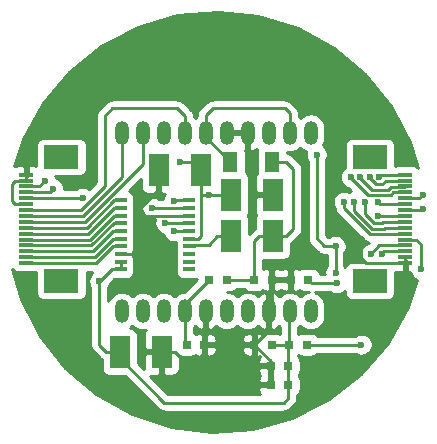
<source format=gbr>
G04 #@! TF.FileFunction,Copper,L2,Bot,Signal*
%FSLAX46Y46*%
G04 Gerber Fmt 4.6, Leading zero omitted, Abs format (unit mm)*
G04 Created by KiCad (PCBNEW 4.1.0-alpha+201606051201+6884~45~ubuntu16.04.1-product) date Tue Jun  7 15:38:57 2016*
%MOMM*%
%LPD*%
G01*
G04 APERTURE LIST*
%ADD10C,0.100000*%
%ADD11R,1.778000X2.794000*%
%ADD12R,0.800000X0.750000*%
%ADD13R,1.300480X1.699260*%
%ADD14R,1.300000X0.300000*%
%ADD15R,3.000000X2.000000*%
%ADD16R,1.000000X0.400000*%
%ADD17O,1.200000X2.000000*%
%ADD18C,0.600000*%
%ADD19C,0.250000*%
%ADD20C,0.254000*%
G04 APERTURE END LIST*
D10*
D11*
X103378000Y-114000000D03*
X99822000Y-114000000D03*
X112800000Y-104200000D03*
X109244000Y-104200000D03*
X112800000Y-100700000D03*
X109244000Y-100700000D03*
D12*
X112700000Y-113400000D03*
X111200000Y-113400000D03*
X107400000Y-107900000D03*
X108900000Y-107900000D03*
X112600000Y-115200000D03*
X114100000Y-115200000D03*
D11*
X103122000Y-98600000D03*
X106678000Y-98600000D03*
D12*
X112600000Y-116800000D03*
X114100000Y-116800000D03*
D13*
X112700000Y-97900000D03*
X109199880Y-97900000D03*
D14*
X124000000Y-106500000D03*
X124000000Y-106000000D03*
X124000000Y-105500000D03*
X124000000Y-105000000D03*
X124000000Y-104500000D03*
X124000000Y-104000000D03*
X124000000Y-103500000D03*
X124000000Y-103000000D03*
X124000000Y-102500000D03*
X124000000Y-102000000D03*
X124000000Y-101500000D03*
X124000000Y-101000000D03*
X124000000Y-100500000D03*
X124000000Y-100000000D03*
X124000000Y-99500000D03*
X124000000Y-99000000D03*
D15*
X121000000Y-108000000D03*
X121000000Y-97500000D03*
D14*
X91900000Y-99000000D03*
X91900000Y-99500000D03*
X91900000Y-100000000D03*
X91900000Y-100500000D03*
X91900000Y-101000000D03*
X91900000Y-101500000D03*
X91900000Y-102000000D03*
X91900000Y-102500000D03*
X91900000Y-103000000D03*
X91900000Y-103500000D03*
X91900000Y-104000000D03*
X91900000Y-104500000D03*
X91900000Y-105000000D03*
X91900000Y-105500000D03*
X91900000Y-106000000D03*
X91900000Y-106500000D03*
D15*
X94900000Y-97500000D03*
X94900000Y-108000000D03*
D12*
X111200000Y-107900000D03*
X112700000Y-107900000D03*
X115700000Y-113400000D03*
X114200000Y-113400000D03*
X114300000Y-107900000D03*
X115800000Y-107900000D03*
X105500000Y-113400000D03*
X107000000Y-113400000D03*
D16*
X99900000Y-107025000D03*
X99900000Y-106375000D03*
X99900000Y-105725000D03*
X99900000Y-105075000D03*
X99900000Y-104425000D03*
X99900000Y-103775000D03*
X99900000Y-103125000D03*
X99900000Y-102475000D03*
X99900000Y-101825000D03*
X99900000Y-101175000D03*
X105700000Y-101175000D03*
X105700000Y-101825000D03*
X105700000Y-102475000D03*
X105700000Y-103125000D03*
X105700000Y-103775000D03*
X105700000Y-104425000D03*
X105700000Y-105075000D03*
X105700000Y-105725000D03*
X105700000Y-106375000D03*
X105700000Y-107025000D03*
D17*
X99999000Y-95450000D03*
X99999000Y-110550000D03*
X101777000Y-95450000D03*
X101777000Y-110550000D03*
X103555000Y-95450000D03*
X103555000Y-110550000D03*
X105333000Y-95450000D03*
X105333000Y-110550000D03*
X107111000Y-95450000D03*
X107111000Y-110550000D03*
X108889000Y-95450000D03*
X108889000Y-110550000D03*
X110667000Y-95450000D03*
X110667000Y-110550000D03*
X112445000Y-95450000D03*
X112445000Y-110550000D03*
X114223000Y-95450000D03*
X114223000Y-110550000D03*
X116001000Y-95450000D03*
X116001000Y-110550000D03*
D18*
X116500000Y-97300000D03*
X96689853Y-100989853D03*
X118100000Y-105050000D03*
X118100000Y-107300000D03*
X91900000Y-97800000D03*
X120300000Y-105050000D03*
X104400000Y-108400000D03*
X111000000Y-102500000D03*
X114300000Y-106400000D03*
X118200000Y-108200000D03*
X98100000Y-108000000D03*
X94200000Y-100200000D03*
X104900000Y-97975001D03*
X93500000Y-99500000D03*
X107400000Y-100700000D03*
X122000000Y-105700000D03*
X121100000Y-105700000D03*
X125300000Y-107000000D03*
X120594669Y-101315325D03*
X119697730Y-101302270D03*
X118800000Y-101300000D03*
X121700000Y-102500000D03*
X125500000Y-101900000D03*
X121700000Y-101350021D03*
X125500000Y-100700000D03*
X119399994Y-99200000D03*
X120199997Y-99200000D03*
X121000000Y-99200000D03*
X121800000Y-99200000D03*
X120300000Y-113400000D03*
X104400000Y-101200000D03*
X102600000Y-101825000D03*
X103700000Y-103100000D03*
X104400000Y-103800000D03*
D19*
X116500000Y-99300000D02*
X116500000Y-99600000D01*
X116500000Y-99600000D02*
X116500000Y-104400000D01*
X116500000Y-97300000D02*
X116500000Y-97724264D01*
X116500000Y-97724264D02*
X116500000Y-99600000D01*
X96689853Y-100989853D02*
X91910147Y-100989853D01*
X91910147Y-100989853D02*
X91900000Y-101000000D01*
X116500000Y-104400000D02*
X117150000Y-105050000D01*
X117150000Y-105050000D02*
X118100000Y-105050000D01*
X118100000Y-107300000D02*
X118100000Y-105050000D01*
X120700000Y-106500000D02*
X120300000Y-106100000D01*
X120300000Y-106100000D02*
X120300000Y-105050000D01*
X124000000Y-106500000D02*
X120700000Y-106500000D01*
X112700000Y-107900000D02*
X112700000Y-110295000D01*
X112700000Y-110295000D02*
X112445000Y-110550000D01*
X108889000Y-95450000D02*
X110667000Y-95450000D01*
X91900000Y-97800000D02*
X91900000Y-99000000D01*
X124000000Y-106400000D02*
X124000000Y-106000000D01*
X124000000Y-106500000D02*
X124000000Y-106000000D01*
X101400000Y-105325000D02*
X101400000Y-105400000D01*
X101400000Y-105400000D02*
X104400000Y-108400000D01*
X90700000Y-99800000D02*
X90700000Y-101200000D01*
X90700000Y-101200000D02*
X91000000Y-101500000D01*
X91000000Y-101500000D02*
X91900000Y-101500000D01*
X91900000Y-99500000D02*
X91000000Y-99500000D01*
X91000000Y-99500000D02*
X90700000Y-99800000D01*
X91900000Y-99000000D02*
X91900000Y-99500000D01*
X101400000Y-101969000D02*
X101400000Y-102500000D01*
X101400000Y-102500000D02*
X101400000Y-102900000D01*
X101825000Y-102475000D02*
X101425000Y-102475000D01*
X101425000Y-102475000D02*
X101400000Y-102500000D01*
X103122000Y-98600000D02*
X103122000Y-100247000D01*
X103122000Y-100247000D02*
X101400000Y-101969000D01*
X105700000Y-102475000D02*
X101825000Y-102475000D01*
X101400000Y-102900000D02*
X101400000Y-105325000D01*
X101400000Y-105325000D02*
X101000000Y-105725000D01*
X101000000Y-105725000D02*
X100650000Y-105725000D01*
X100650000Y-105725000D02*
X99900000Y-105725000D01*
X111000000Y-102500000D02*
X111000000Y-100700000D01*
X111661000Y-100700000D02*
X111000000Y-100700000D01*
X111000000Y-100700000D02*
X111000000Y-97300000D01*
X111000000Y-97300000D02*
X110667000Y-96967000D01*
X110667000Y-96967000D02*
X110667000Y-95450000D01*
X111661000Y-100700000D02*
X112800000Y-100700000D01*
X106425000Y-114600000D02*
X105117000Y-114600000D01*
X105117000Y-114600000D02*
X104517000Y-114000000D01*
X104517000Y-114000000D02*
X103378000Y-114000000D01*
X107000000Y-113400000D02*
X107000000Y-114025000D01*
X107000000Y-114025000D02*
X106425000Y-114600000D01*
X107000000Y-113400000D02*
X111200000Y-113400000D01*
X111200000Y-113400000D02*
X111225000Y-113400000D01*
X112445000Y-112180000D02*
X112445000Y-111800000D01*
X111225000Y-113400000D02*
X112445000Y-112180000D01*
X112445000Y-111800000D02*
X112445000Y-110550000D01*
X112600000Y-115200000D02*
X112600000Y-114800000D01*
X112600000Y-114800000D02*
X111200000Y-113400000D01*
X112600000Y-115200000D02*
X112600000Y-116800000D01*
X107111000Y-110550000D02*
X107111000Y-113289000D01*
X107111000Y-113289000D02*
X107000000Y-113400000D01*
X114300000Y-107900000D02*
X112700000Y-107900000D01*
X114300000Y-107900000D02*
X114300000Y-106400000D01*
X118200000Y-108200000D02*
X116100000Y-108200000D01*
X116100000Y-108200000D02*
X115800000Y-107900000D01*
X91900000Y-100500000D02*
X93900000Y-100500000D01*
X93900000Y-100500000D02*
X94200000Y-100200000D01*
X107700000Y-93400000D02*
X107111000Y-93989000D01*
X107111000Y-93989000D02*
X107111000Y-95450000D01*
X113800000Y-93400000D02*
X107700000Y-93400000D01*
X114223000Y-93823000D02*
X113800000Y-93400000D01*
X114223000Y-95450000D02*
X114223000Y-93823000D01*
X107111000Y-95450000D02*
X107111000Y-95850000D01*
X107111000Y-95850000D02*
X109161000Y-97900000D01*
X109161000Y-97900000D02*
X109199880Y-97900000D01*
X113700000Y-118300000D02*
X114100000Y-117900000D01*
X114100000Y-117900000D02*
X114100000Y-116800000D01*
X103614000Y-118300000D02*
X113700000Y-118300000D01*
X99822000Y-114000000D02*
X99822000Y-114508000D01*
X99822000Y-114508000D02*
X103614000Y-118300000D01*
X98100000Y-110631000D02*
X98100000Y-113417000D01*
X98100000Y-113417000D02*
X98683000Y-114000000D01*
X98683000Y-114000000D02*
X99822000Y-114000000D01*
X98100000Y-108075000D02*
X98100000Y-110631000D01*
X99900000Y-107025000D02*
X99150000Y-107025000D01*
X99150000Y-107025000D02*
X98100000Y-108075000D01*
X99900000Y-107025000D02*
X99900000Y-106375000D01*
X112700000Y-113400000D02*
X114200000Y-113400000D01*
X114200000Y-113400000D02*
X114200000Y-110573000D01*
X114200000Y-110573000D02*
X114223000Y-110550000D01*
X114100000Y-115200000D02*
X114100000Y-113500000D01*
X114100000Y-113500000D02*
X114200000Y-113400000D01*
X114100000Y-116800000D02*
X114100000Y-115200000D01*
X112700000Y-97900000D02*
X113900000Y-97900000D01*
X113900000Y-97900000D02*
X114500000Y-98500000D01*
X114500000Y-98500000D02*
X114500000Y-103639000D01*
X114500000Y-103639000D02*
X113939000Y-104200000D01*
X113939000Y-104200000D02*
X112800000Y-104200000D01*
X111200000Y-107900000D02*
X111200000Y-104661000D01*
X111200000Y-104661000D02*
X111661000Y-104200000D01*
X111661000Y-104200000D02*
X112800000Y-104200000D01*
X111200000Y-107900000D02*
X108900000Y-107900000D01*
X105700000Y-105075000D02*
X106125000Y-105075000D01*
X106125000Y-105075000D02*
X106249999Y-104950001D01*
X106249999Y-104950001D02*
X107354999Y-104950001D01*
X107354999Y-104950001D02*
X108105000Y-104200000D01*
X108105000Y-104200000D02*
X109244000Y-104200000D01*
X91900000Y-100000000D02*
X93000000Y-100000000D01*
X93000000Y-100000000D02*
X93500000Y-99500000D01*
X104900000Y-97975001D02*
X106053001Y-97975001D01*
X106053001Y-97975001D02*
X106678000Y-98600000D01*
X108105000Y-100700000D02*
X107400000Y-100700000D01*
X106678000Y-100700000D02*
X107400000Y-100700000D01*
X106678000Y-104197000D02*
X106678000Y-100700000D01*
X106678000Y-100700000D02*
X106678000Y-100247000D01*
X109244000Y-100700000D02*
X108105000Y-100700000D01*
X105700000Y-104425000D02*
X106450000Y-104425000D01*
X106678000Y-100247000D02*
X106678000Y-98600000D01*
X106450000Y-104425000D02*
X106678000Y-104197000D01*
X105333000Y-110550000D02*
X105333000Y-113233000D01*
X105333000Y-113233000D02*
X105500000Y-113400000D01*
X107400000Y-107900000D02*
X107375000Y-107900000D01*
X107375000Y-107900000D02*
X105333000Y-109942000D01*
X105333000Y-109942000D02*
X105333000Y-110550000D01*
X122000000Y-105700000D02*
X122200000Y-105500000D01*
X122200000Y-105500000D02*
X124000000Y-105500000D01*
X124000000Y-105000000D02*
X122000000Y-105000000D01*
X121100000Y-105700000D02*
X121800000Y-105000000D01*
X121800000Y-105000000D02*
X122000000Y-105000000D01*
X122400000Y-105000000D02*
X124000000Y-105000000D01*
X125300000Y-107000000D02*
X125300000Y-104900000D01*
X125300000Y-104900000D02*
X124900000Y-104500000D01*
X124900000Y-104500000D02*
X124000000Y-104500000D01*
X124000000Y-103000000D02*
X122125002Y-103000000D01*
X122125002Y-103000000D02*
X122000001Y-103125001D01*
X122000001Y-103125001D02*
X121399999Y-103125001D01*
X121399999Y-103125001D02*
X120594669Y-102319671D01*
X120594669Y-102319671D02*
X120594669Y-101315325D01*
X119697730Y-101302270D02*
X119697730Y-102059142D01*
X119697730Y-102059142D02*
X121213599Y-103575011D01*
X121213599Y-103575011D02*
X122186402Y-103575010D01*
X122186402Y-103575010D02*
X122261412Y-103500000D01*
X122261412Y-103500000D02*
X123100000Y-103500000D01*
X123100000Y-103500000D02*
X124000000Y-103500000D01*
X124000000Y-104000000D02*
X122397822Y-104000000D01*
X122397822Y-104000000D02*
X122372801Y-104025019D01*
X122372801Y-104025019D02*
X121027198Y-104025020D01*
X121027198Y-104025020D02*
X118800000Y-101797822D01*
X118800000Y-101797822D02*
X118800000Y-101300000D01*
X121700000Y-102500000D02*
X124000000Y-102500000D01*
X125500000Y-101900000D02*
X125400000Y-102000000D01*
X125400000Y-102000000D02*
X124000000Y-102000000D01*
X121700000Y-101350021D02*
X121849979Y-101500000D01*
X121849979Y-101500000D02*
X124000000Y-101500000D01*
X125500000Y-100700000D02*
X125200000Y-101000000D01*
X125200000Y-101000000D02*
X124000000Y-101000000D01*
X122774981Y-100725019D02*
X123000000Y-100500000D01*
X123000000Y-100500000D02*
X124000000Y-100500000D01*
X119399994Y-99299994D02*
X120825019Y-100725019D01*
X120825019Y-100725019D02*
X122774981Y-100725019D01*
X119399994Y-99200000D02*
X119399994Y-99299994D01*
X120199997Y-99200000D02*
X120199997Y-99324999D01*
X121150008Y-100275010D02*
X122524990Y-100275010D01*
X120199997Y-99324999D02*
X121150008Y-100275010D01*
X122775001Y-100024999D02*
X123975001Y-100024999D01*
X122524990Y-100275010D02*
X122775001Y-100024999D01*
X123975001Y-100024999D02*
X124000000Y-100000000D01*
X122074999Y-99825001D02*
X122400000Y-99500000D01*
X122400000Y-99500000D02*
X124000000Y-99500000D01*
X121000000Y-99200000D02*
X121000000Y-99325002D01*
X121000000Y-99325002D02*
X121499999Y-99825001D01*
X121499999Y-99825001D02*
X122074999Y-99825001D01*
X121800000Y-99200000D02*
X122000000Y-99000000D01*
X122000000Y-99000000D02*
X124000000Y-99000000D01*
X104700000Y-93400000D02*
X105333000Y-94033000D01*
X105333000Y-94033000D02*
X105333000Y-95450000D01*
X99200000Y-93400000D02*
X104700000Y-93400000D01*
X98600000Y-94000000D02*
X99200000Y-93400000D01*
X98600000Y-99963590D02*
X98600000Y-94000000D01*
X96563590Y-102000000D02*
X98600000Y-99963590D01*
X91900000Y-102000000D02*
X96563590Y-102000000D01*
X91900000Y-102500000D02*
X96700000Y-102500000D01*
X96700000Y-102500000D02*
X99999000Y-99201000D01*
X99999000Y-99201000D02*
X99999000Y-95450000D01*
X91900000Y-103000000D02*
X96885128Y-103000000D01*
X96885128Y-103000000D02*
X99160137Y-100724991D01*
X99160137Y-100724991D02*
X99175009Y-100724991D01*
X99175009Y-100724991D02*
X101777000Y-98123000D01*
X101777000Y-98123000D02*
X101777000Y-95450000D01*
X91900000Y-103500000D02*
X97021538Y-103500000D01*
X97021538Y-103500000D02*
X99346538Y-101175000D01*
X99346538Y-101175000D02*
X99900000Y-101175000D01*
X91900000Y-104000000D02*
X97157948Y-104000000D01*
X97157948Y-104000000D02*
X99332948Y-101825000D01*
X99332948Y-101825000D02*
X99900000Y-101825000D01*
X91900000Y-104500000D02*
X97294358Y-104500000D01*
X97294358Y-104500000D02*
X99319358Y-102475000D01*
X99319358Y-102475000D02*
X99900000Y-102475000D01*
X91900000Y-105000000D02*
X97430768Y-105000000D01*
X97430768Y-105000000D02*
X99305768Y-103125000D01*
X99305768Y-103125000D02*
X99900000Y-103125000D01*
X91900000Y-105500000D02*
X97567178Y-105500000D01*
X97567178Y-105500000D02*
X99292178Y-103775000D01*
X99292178Y-103775000D02*
X99900000Y-103775000D01*
X91900000Y-106000000D02*
X97703588Y-106000000D01*
X97703588Y-106000000D02*
X99278588Y-104425000D01*
X99278588Y-104425000D02*
X99900000Y-104425000D01*
X91900000Y-106500000D02*
X97839998Y-106500000D01*
X97839998Y-106500000D02*
X99264998Y-105075000D01*
X99264998Y-105075000D02*
X99900000Y-105075000D01*
X115700000Y-113400000D02*
X120300000Y-113400000D01*
X105700000Y-101175000D02*
X104425000Y-101175000D01*
X104425000Y-101175000D02*
X104400000Y-101200000D01*
X102600000Y-101825000D02*
X105700000Y-101825000D01*
X105700000Y-103125000D02*
X103725000Y-103125000D01*
X103725000Y-103125000D02*
X103700000Y-103100000D01*
X105700000Y-103775000D02*
X104425000Y-103775000D01*
X104425000Y-103775000D02*
X104400000Y-103800000D01*
D20*
G36*
X124127000Y-107126250D02*
X124285750Y-107285000D01*
X124407179Y-107285000D01*
X124464372Y-107429454D01*
X124563701Y-107583583D01*
X124691076Y-107715484D01*
X124841644Y-107820131D01*
X125009671Y-107893540D01*
X125029691Y-107897942D01*
X124251974Y-110235845D01*
X122537008Y-113254731D01*
X120268332Y-115883017D01*
X117532359Y-118020594D01*
X114433301Y-119586040D01*
X111089201Y-120519730D01*
X107627434Y-120786098D01*
X104179859Y-120375000D01*
X100877791Y-119302093D01*
X97847006Y-117608244D01*
X95202945Y-115357972D01*
X93046320Y-112636989D01*
X91459276Y-109548936D01*
X90735151Y-107023610D01*
X90798815Y-107101185D01*
X90895506Y-107180537D01*
X91005820Y-107239502D01*
X91125518Y-107275812D01*
X91250000Y-107288072D01*
X92550000Y-107288072D01*
X92674482Y-107275812D01*
X92726607Y-107260000D01*
X92761928Y-107260000D01*
X92761928Y-109000000D01*
X92774188Y-109124482D01*
X92810498Y-109244180D01*
X92869463Y-109354494D01*
X92948815Y-109451185D01*
X93045506Y-109530537D01*
X93155820Y-109589502D01*
X93275518Y-109625812D01*
X93400000Y-109638072D01*
X96400000Y-109638072D01*
X96524482Y-109625812D01*
X96644180Y-109589502D01*
X96754494Y-109530537D01*
X96851185Y-109451185D01*
X96930537Y-109354494D01*
X96989502Y-109244180D01*
X97025812Y-109124482D01*
X97038072Y-109000000D01*
X97038072Y-107260000D01*
X97523200Y-107260000D01*
X97511291Y-107267793D01*
X97380283Y-107396086D01*
X97276689Y-107547381D01*
X97204454Y-107715916D01*
X97166331Y-107895272D01*
X97163771Y-108078617D01*
X97196872Y-108258968D01*
X97264372Y-108429454D01*
X97340000Y-108546806D01*
X97340000Y-113417000D01*
X97346851Y-113486877D01*
X97352969Y-113556803D01*
X97354084Y-113560641D01*
X97354474Y-113564618D01*
X97374764Y-113631821D01*
X97394351Y-113699240D01*
X97396190Y-113702788D01*
X97397345Y-113706613D01*
X97430299Y-113768591D01*
X97462610Y-113830925D01*
X97465103Y-113834048D01*
X97466980Y-113837578D01*
X97511355Y-113891987D01*
X97555148Y-113946846D01*
X97560631Y-113952406D01*
X97560726Y-113952522D01*
X97560834Y-113952611D01*
X97562599Y-113954401D01*
X98145599Y-114537402D01*
X98199890Y-114581997D01*
X98253625Y-114627086D01*
X98257125Y-114629010D01*
X98260216Y-114631549D01*
X98294928Y-114650161D01*
X98294928Y-115397000D01*
X98307188Y-115521482D01*
X98343498Y-115641180D01*
X98402463Y-115751494D01*
X98481815Y-115848185D01*
X98578506Y-115927537D01*
X98688820Y-115986502D01*
X98808518Y-116022812D01*
X98933000Y-116035072D01*
X100274270Y-116035072D01*
X103076599Y-118837401D01*
X103130855Y-118881968D01*
X103184625Y-118927086D01*
X103188126Y-118929011D01*
X103191215Y-118931548D01*
X103253102Y-118964732D01*
X103314604Y-118998543D01*
X103318412Y-118999751D01*
X103321935Y-119001640D01*
X103389077Y-119022167D01*
X103455987Y-119043392D01*
X103459959Y-119043838D01*
X103463781Y-119045006D01*
X103533649Y-119052103D01*
X103603389Y-119059926D01*
X103611194Y-119059980D01*
X103611347Y-119059996D01*
X103611490Y-119059982D01*
X103614000Y-119060000D01*
X113700000Y-119060000D01*
X113769877Y-119053149D01*
X113839803Y-119047031D01*
X113843641Y-119045916D01*
X113847618Y-119045526D01*
X113914821Y-119025236D01*
X113982240Y-119005649D01*
X113985788Y-119003810D01*
X113989613Y-119002655D01*
X114051591Y-118969701D01*
X114113925Y-118937390D01*
X114117048Y-118934897D01*
X114120578Y-118933020D01*
X114174987Y-118888645D01*
X114229846Y-118844852D01*
X114235406Y-118839369D01*
X114235522Y-118839274D01*
X114235611Y-118839166D01*
X114237401Y-118837401D01*
X114637401Y-118437401D01*
X114681968Y-118383145D01*
X114727086Y-118329375D01*
X114729011Y-118325874D01*
X114731548Y-118322785D01*
X114764713Y-118260933D01*
X114798543Y-118199396D01*
X114799752Y-118195584D01*
X114801639Y-118192065D01*
X114822152Y-118124969D01*
X114843392Y-118058013D01*
X114843838Y-118054041D01*
X114845006Y-118050219D01*
X114852098Y-117980395D01*
X114859926Y-117910611D01*
X114859981Y-117902796D01*
X114859995Y-117902653D01*
X114859982Y-117902520D01*
X114860000Y-117900000D01*
X114860000Y-117701018D01*
X114951185Y-117626185D01*
X115030537Y-117529494D01*
X115089502Y-117419180D01*
X115125812Y-117299482D01*
X115138072Y-117175000D01*
X115138072Y-116425000D01*
X115125812Y-116300518D01*
X115089502Y-116180820D01*
X115030537Y-116070506D01*
X114972674Y-116000000D01*
X115030537Y-115929494D01*
X115089502Y-115819180D01*
X115125812Y-115699482D01*
X115138072Y-115575000D01*
X115138072Y-114825000D01*
X115125812Y-114700518D01*
X115089502Y-114580820D01*
X115030537Y-114470506D01*
X114951185Y-114373815D01*
X114902108Y-114333538D01*
X114950000Y-114307939D01*
X115055820Y-114364502D01*
X115175518Y-114400812D01*
X115300000Y-114413072D01*
X116100000Y-114413072D01*
X116224482Y-114400812D01*
X116344180Y-114364502D01*
X116454494Y-114305537D01*
X116551185Y-114226185D01*
X116605501Y-114160000D01*
X119755126Y-114160000D01*
X119841644Y-114220131D01*
X120009671Y-114293540D01*
X120188757Y-114332915D01*
X120372079Y-114336755D01*
X120552657Y-114304914D01*
X120723610Y-114238606D01*
X120878429Y-114140355D01*
X121011215Y-114013904D01*
X121116911Y-113864070D01*
X121191492Y-113696560D01*
X121232116Y-113517754D01*
X121235040Y-113308319D01*
X121199425Y-113128448D01*
X121129550Y-112958920D01*
X121028079Y-112806193D01*
X120898875Y-112676084D01*
X120746860Y-112573549D01*
X120577825Y-112502493D01*
X120398207Y-112465623D01*
X120214849Y-112464343D01*
X120034733Y-112498701D01*
X119864722Y-112567390D01*
X119753763Y-112640000D01*
X116605501Y-112640000D01*
X116551185Y-112573815D01*
X116454494Y-112494463D01*
X116344180Y-112435498D01*
X116224482Y-112399188D01*
X116100000Y-112386928D01*
X115300000Y-112386928D01*
X115175518Y-112399188D01*
X115055820Y-112435498D01*
X114960000Y-112486716D01*
X114960000Y-111942463D01*
X115087084Y-111840285D01*
X115111175Y-111811575D01*
X115124680Y-111828134D01*
X115310397Y-111981772D01*
X115522418Y-112096412D01*
X115752669Y-112167686D01*
X115992378Y-112192881D01*
X116232416Y-112171036D01*
X116463639Y-112102983D01*
X116677241Y-111991315D01*
X116865084Y-111840285D01*
X117020015Y-111655645D01*
X117136132Y-111444429D01*
X117209012Y-111214682D01*
X117235880Y-110975154D01*
X117236000Y-110957911D01*
X117236000Y-110142089D01*
X117212480Y-109902210D01*
X117142814Y-109671467D01*
X117029658Y-109458650D01*
X116877320Y-109271866D01*
X116691603Y-109118228D01*
X116479582Y-109003588D01*
X116338771Y-108960000D01*
X117655126Y-108960000D01*
X117741644Y-109020131D01*
X117909671Y-109093540D01*
X118088757Y-109132915D01*
X118272079Y-109136755D01*
X118452657Y-109104914D01*
X118623610Y-109038606D01*
X118778429Y-108940355D01*
X118861928Y-108860840D01*
X118861928Y-109000000D01*
X118874188Y-109124482D01*
X118910498Y-109244180D01*
X118969463Y-109354494D01*
X119048815Y-109451185D01*
X119145506Y-109530537D01*
X119255820Y-109589502D01*
X119375518Y-109625812D01*
X119500000Y-109638072D01*
X122500000Y-109638072D01*
X122624482Y-109625812D01*
X122744180Y-109589502D01*
X122854494Y-109530537D01*
X122951185Y-109451185D01*
X123030537Y-109354494D01*
X123089502Y-109244180D01*
X123125812Y-109124482D01*
X123138072Y-109000000D01*
X123138072Y-107249536D01*
X123164777Y-107260597D01*
X123287458Y-107285000D01*
X123714250Y-107285000D01*
X123873000Y-107126250D01*
X123873000Y-106353000D01*
X124127000Y-106353000D01*
X124127000Y-107126250D01*
X124127000Y-107126250D01*
G37*
X124127000Y-107126250D02*
X124285750Y-107285000D01*
X124407179Y-107285000D01*
X124464372Y-107429454D01*
X124563701Y-107583583D01*
X124691076Y-107715484D01*
X124841644Y-107820131D01*
X125009671Y-107893540D01*
X125029691Y-107897942D01*
X124251974Y-110235845D01*
X122537008Y-113254731D01*
X120268332Y-115883017D01*
X117532359Y-118020594D01*
X114433301Y-119586040D01*
X111089201Y-120519730D01*
X107627434Y-120786098D01*
X104179859Y-120375000D01*
X100877791Y-119302093D01*
X97847006Y-117608244D01*
X95202945Y-115357972D01*
X93046320Y-112636989D01*
X91459276Y-109548936D01*
X90735151Y-107023610D01*
X90798815Y-107101185D01*
X90895506Y-107180537D01*
X91005820Y-107239502D01*
X91125518Y-107275812D01*
X91250000Y-107288072D01*
X92550000Y-107288072D01*
X92674482Y-107275812D01*
X92726607Y-107260000D01*
X92761928Y-107260000D01*
X92761928Y-109000000D01*
X92774188Y-109124482D01*
X92810498Y-109244180D01*
X92869463Y-109354494D01*
X92948815Y-109451185D01*
X93045506Y-109530537D01*
X93155820Y-109589502D01*
X93275518Y-109625812D01*
X93400000Y-109638072D01*
X96400000Y-109638072D01*
X96524482Y-109625812D01*
X96644180Y-109589502D01*
X96754494Y-109530537D01*
X96851185Y-109451185D01*
X96930537Y-109354494D01*
X96989502Y-109244180D01*
X97025812Y-109124482D01*
X97038072Y-109000000D01*
X97038072Y-107260000D01*
X97523200Y-107260000D01*
X97511291Y-107267793D01*
X97380283Y-107396086D01*
X97276689Y-107547381D01*
X97204454Y-107715916D01*
X97166331Y-107895272D01*
X97163771Y-108078617D01*
X97196872Y-108258968D01*
X97264372Y-108429454D01*
X97340000Y-108546806D01*
X97340000Y-113417000D01*
X97346851Y-113486877D01*
X97352969Y-113556803D01*
X97354084Y-113560641D01*
X97354474Y-113564618D01*
X97374764Y-113631821D01*
X97394351Y-113699240D01*
X97396190Y-113702788D01*
X97397345Y-113706613D01*
X97430299Y-113768591D01*
X97462610Y-113830925D01*
X97465103Y-113834048D01*
X97466980Y-113837578D01*
X97511355Y-113891987D01*
X97555148Y-113946846D01*
X97560631Y-113952406D01*
X97560726Y-113952522D01*
X97560834Y-113952611D01*
X97562599Y-113954401D01*
X98145599Y-114537402D01*
X98199890Y-114581997D01*
X98253625Y-114627086D01*
X98257125Y-114629010D01*
X98260216Y-114631549D01*
X98294928Y-114650161D01*
X98294928Y-115397000D01*
X98307188Y-115521482D01*
X98343498Y-115641180D01*
X98402463Y-115751494D01*
X98481815Y-115848185D01*
X98578506Y-115927537D01*
X98688820Y-115986502D01*
X98808518Y-116022812D01*
X98933000Y-116035072D01*
X100274270Y-116035072D01*
X103076599Y-118837401D01*
X103130855Y-118881968D01*
X103184625Y-118927086D01*
X103188126Y-118929011D01*
X103191215Y-118931548D01*
X103253102Y-118964732D01*
X103314604Y-118998543D01*
X103318412Y-118999751D01*
X103321935Y-119001640D01*
X103389077Y-119022167D01*
X103455987Y-119043392D01*
X103459959Y-119043838D01*
X103463781Y-119045006D01*
X103533649Y-119052103D01*
X103603389Y-119059926D01*
X103611194Y-119059980D01*
X103611347Y-119059996D01*
X103611490Y-119059982D01*
X103614000Y-119060000D01*
X113700000Y-119060000D01*
X113769877Y-119053149D01*
X113839803Y-119047031D01*
X113843641Y-119045916D01*
X113847618Y-119045526D01*
X113914821Y-119025236D01*
X113982240Y-119005649D01*
X113985788Y-119003810D01*
X113989613Y-119002655D01*
X114051591Y-118969701D01*
X114113925Y-118937390D01*
X114117048Y-118934897D01*
X114120578Y-118933020D01*
X114174987Y-118888645D01*
X114229846Y-118844852D01*
X114235406Y-118839369D01*
X114235522Y-118839274D01*
X114235611Y-118839166D01*
X114237401Y-118837401D01*
X114637401Y-118437401D01*
X114681968Y-118383145D01*
X114727086Y-118329375D01*
X114729011Y-118325874D01*
X114731548Y-118322785D01*
X114764713Y-118260933D01*
X114798543Y-118199396D01*
X114799752Y-118195584D01*
X114801639Y-118192065D01*
X114822152Y-118124969D01*
X114843392Y-118058013D01*
X114843838Y-118054041D01*
X114845006Y-118050219D01*
X114852098Y-117980395D01*
X114859926Y-117910611D01*
X114859981Y-117902796D01*
X114859995Y-117902653D01*
X114859982Y-117902520D01*
X114860000Y-117900000D01*
X114860000Y-117701018D01*
X114951185Y-117626185D01*
X115030537Y-117529494D01*
X115089502Y-117419180D01*
X115125812Y-117299482D01*
X115138072Y-117175000D01*
X115138072Y-116425000D01*
X115125812Y-116300518D01*
X115089502Y-116180820D01*
X115030537Y-116070506D01*
X114972674Y-116000000D01*
X115030537Y-115929494D01*
X115089502Y-115819180D01*
X115125812Y-115699482D01*
X115138072Y-115575000D01*
X115138072Y-114825000D01*
X115125812Y-114700518D01*
X115089502Y-114580820D01*
X115030537Y-114470506D01*
X114951185Y-114373815D01*
X114902108Y-114333538D01*
X114950000Y-114307939D01*
X115055820Y-114364502D01*
X115175518Y-114400812D01*
X115300000Y-114413072D01*
X116100000Y-114413072D01*
X116224482Y-114400812D01*
X116344180Y-114364502D01*
X116454494Y-114305537D01*
X116551185Y-114226185D01*
X116605501Y-114160000D01*
X119755126Y-114160000D01*
X119841644Y-114220131D01*
X120009671Y-114293540D01*
X120188757Y-114332915D01*
X120372079Y-114336755D01*
X120552657Y-114304914D01*
X120723610Y-114238606D01*
X120878429Y-114140355D01*
X121011215Y-114013904D01*
X121116911Y-113864070D01*
X121191492Y-113696560D01*
X121232116Y-113517754D01*
X121235040Y-113308319D01*
X121199425Y-113128448D01*
X121129550Y-112958920D01*
X121028079Y-112806193D01*
X120898875Y-112676084D01*
X120746860Y-112573549D01*
X120577825Y-112502493D01*
X120398207Y-112465623D01*
X120214849Y-112464343D01*
X120034733Y-112498701D01*
X119864722Y-112567390D01*
X119753763Y-112640000D01*
X116605501Y-112640000D01*
X116551185Y-112573815D01*
X116454494Y-112494463D01*
X116344180Y-112435498D01*
X116224482Y-112399188D01*
X116100000Y-112386928D01*
X115300000Y-112386928D01*
X115175518Y-112399188D01*
X115055820Y-112435498D01*
X114960000Y-112486716D01*
X114960000Y-111942463D01*
X115087084Y-111840285D01*
X115111175Y-111811575D01*
X115124680Y-111828134D01*
X115310397Y-111981772D01*
X115522418Y-112096412D01*
X115752669Y-112167686D01*
X115992378Y-112192881D01*
X116232416Y-112171036D01*
X116463639Y-112102983D01*
X116677241Y-111991315D01*
X116865084Y-111840285D01*
X117020015Y-111655645D01*
X117136132Y-111444429D01*
X117209012Y-111214682D01*
X117235880Y-110975154D01*
X117236000Y-110957911D01*
X117236000Y-110142089D01*
X117212480Y-109902210D01*
X117142814Y-109671467D01*
X117029658Y-109458650D01*
X116877320Y-109271866D01*
X116691603Y-109118228D01*
X116479582Y-109003588D01*
X116338771Y-108960000D01*
X117655126Y-108960000D01*
X117741644Y-109020131D01*
X117909671Y-109093540D01*
X118088757Y-109132915D01*
X118272079Y-109136755D01*
X118452657Y-109104914D01*
X118623610Y-109038606D01*
X118778429Y-108940355D01*
X118861928Y-108860840D01*
X118861928Y-109000000D01*
X118874188Y-109124482D01*
X118910498Y-109244180D01*
X118969463Y-109354494D01*
X119048815Y-109451185D01*
X119145506Y-109530537D01*
X119255820Y-109589502D01*
X119375518Y-109625812D01*
X119500000Y-109638072D01*
X122500000Y-109638072D01*
X122624482Y-109625812D01*
X122744180Y-109589502D01*
X122854494Y-109530537D01*
X122951185Y-109451185D01*
X123030537Y-109354494D01*
X123089502Y-109244180D01*
X123125812Y-109124482D01*
X123138072Y-109000000D01*
X123138072Y-107249536D01*
X123164777Y-107260597D01*
X123287458Y-107285000D01*
X123714250Y-107285000D01*
X123873000Y-107126250D01*
X123873000Y-106353000D01*
X124127000Y-106353000D01*
X124127000Y-107126250D01*
G36*
X115124680Y-96728134D02*
X115310397Y-96881772D01*
X115522418Y-96996412D01*
X115603279Y-97021443D01*
X115566331Y-97195272D01*
X115563771Y-97378617D01*
X115596872Y-97558968D01*
X115664372Y-97729454D01*
X115740000Y-97846806D01*
X115740000Y-104400000D01*
X115746851Y-104469877D01*
X115752969Y-104539803D01*
X115754084Y-104543641D01*
X115754474Y-104547618D01*
X115774764Y-104614821D01*
X115794351Y-104682240D01*
X115796190Y-104685788D01*
X115797345Y-104689613D01*
X115830299Y-104751591D01*
X115862610Y-104813925D01*
X115865103Y-104817048D01*
X115866980Y-104820578D01*
X115911355Y-104874987D01*
X115955148Y-104929846D01*
X115960631Y-104935406D01*
X115960726Y-104935522D01*
X115960834Y-104935611D01*
X115962599Y-104937401D01*
X116612599Y-105587401D01*
X116666855Y-105631968D01*
X116720625Y-105677086D01*
X116724126Y-105679011D01*
X116727215Y-105681548D01*
X116789102Y-105714732D01*
X116850604Y-105748543D01*
X116854412Y-105749751D01*
X116857935Y-105751640D01*
X116925077Y-105772167D01*
X116991987Y-105793392D01*
X116995959Y-105793838D01*
X116999781Y-105795006D01*
X117069649Y-105802103D01*
X117139389Y-105809926D01*
X117147194Y-105809980D01*
X117147347Y-105809996D01*
X117147490Y-105809982D01*
X117150000Y-105810000D01*
X117340000Y-105810000D01*
X117340000Y-106754918D01*
X117276689Y-106847381D01*
X117204454Y-107015916D01*
X117166331Y-107195272D01*
X117163771Y-107378617D01*
X117175037Y-107440000D01*
X116829701Y-107440000D01*
X116825812Y-107400518D01*
X116789502Y-107280820D01*
X116730537Y-107170506D01*
X116651185Y-107073815D01*
X116554494Y-106994463D01*
X116444180Y-106935498D01*
X116324482Y-106899188D01*
X116200000Y-106886928D01*
X115400000Y-106886928D01*
X115275518Y-106899188D01*
X115155820Y-106935498D01*
X115047428Y-106993436D01*
X115000785Y-106962270D01*
X114885223Y-106914403D01*
X114762542Y-106890000D01*
X114585750Y-106890000D01*
X114427000Y-107048750D01*
X114427000Y-107773000D01*
X114447000Y-107773000D01*
X114447000Y-108027000D01*
X114427000Y-108027000D01*
X114427000Y-108751250D01*
X114585750Y-108910000D01*
X114762542Y-108910000D01*
X114885223Y-108885597D01*
X115000785Y-108837730D01*
X115047428Y-108806564D01*
X115155820Y-108864502D01*
X115275518Y-108900812D01*
X115400000Y-108913072D01*
X115845330Y-108913072D01*
X115868012Y-108920006D01*
X115769584Y-108928964D01*
X115538361Y-108997017D01*
X115324759Y-109108685D01*
X115136916Y-109259715D01*
X115112825Y-109288425D01*
X115099320Y-109271866D01*
X114913603Y-109118228D01*
X114701582Y-109003588D01*
X114471331Y-108932314D01*
X114231622Y-108907119D01*
X113991584Y-108928964D01*
X113760361Y-108997017D01*
X113546759Y-109108685D01*
X113358916Y-109259715D01*
X113333022Y-109290575D01*
X113228474Y-109186922D01*
X113025533Y-109052579D01*
X112800282Y-108960409D01*
X112762609Y-108956538D01*
X112572000Y-109081269D01*
X112572000Y-110423000D01*
X112592000Y-110423000D01*
X112592000Y-110677000D01*
X112572000Y-110677000D01*
X112572000Y-112018731D01*
X112762609Y-112143462D01*
X112800282Y-112139591D01*
X113025533Y-112047421D01*
X113228474Y-111913078D01*
X113332137Y-111810303D01*
X113346680Y-111828134D01*
X113440000Y-111905335D01*
X113440000Y-112486716D01*
X113344180Y-112435498D01*
X113224482Y-112399188D01*
X113100000Y-112386928D01*
X112300000Y-112386928D01*
X112175518Y-112399188D01*
X112055820Y-112435498D01*
X111947428Y-112493436D01*
X111900785Y-112462270D01*
X111785223Y-112414403D01*
X111662542Y-112390000D01*
X111485750Y-112390000D01*
X111327000Y-112548750D01*
X111327000Y-113273000D01*
X111347000Y-113273000D01*
X111347000Y-113527000D01*
X111327000Y-113527000D01*
X111327000Y-114251250D01*
X111485750Y-114410000D01*
X111662542Y-114410000D01*
X111730490Y-114396484D01*
X111706763Y-114420211D01*
X111637270Y-114524215D01*
X111589403Y-114639777D01*
X111565000Y-114762458D01*
X111565000Y-114914250D01*
X111723750Y-115073000D01*
X112473000Y-115073000D01*
X112473000Y-115053000D01*
X112727000Y-115053000D01*
X112727000Y-115073000D01*
X112747000Y-115073000D01*
X112747000Y-115327000D01*
X112727000Y-115327000D01*
X112727000Y-116673000D01*
X112747000Y-116673000D01*
X112747000Y-116927000D01*
X112727000Y-116927000D01*
X112727000Y-116947000D01*
X112473000Y-116947000D01*
X112473000Y-116927000D01*
X111723750Y-116927000D01*
X111565000Y-117085750D01*
X111565000Y-117237542D01*
X111589403Y-117360223D01*
X111637270Y-117475785D01*
X111680177Y-117540000D01*
X103928802Y-117540000D01*
X102419398Y-116030596D01*
X102426458Y-116032000D01*
X103092250Y-116032000D01*
X103251000Y-115873250D01*
X103251000Y-114127000D01*
X102012750Y-114127000D01*
X101854000Y-114285750D01*
X101854000Y-115459542D01*
X101855404Y-115466602D01*
X101349072Y-114960270D01*
X101349072Y-112603000D01*
X101336812Y-112478518D01*
X101300502Y-112358820D01*
X101241537Y-112248506D01*
X101162185Y-112151815D01*
X101065494Y-112072463D01*
X100955180Y-112013498D01*
X100835482Y-111977188D01*
X100711000Y-111964928D01*
X100708060Y-111964928D01*
X100863084Y-111840285D01*
X100887175Y-111811575D01*
X100900680Y-111828134D01*
X101086397Y-111981772D01*
X101298418Y-112096412D01*
X101528669Y-112167686D01*
X101768378Y-112192881D01*
X102008416Y-112171036D01*
X102028995Y-112164979D01*
X101995763Y-112198211D01*
X101926270Y-112302215D01*
X101878403Y-112417777D01*
X101854000Y-112540458D01*
X101854000Y-113714250D01*
X102012750Y-113873000D01*
X103251000Y-113873000D01*
X103251000Y-113853000D01*
X103505000Y-113853000D01*
X103505000Y-113873000D01*
X103525000Y-113873000D01*
X103525000Y-114127000D01*
X103505000Y-114127000D01*
X103505000Y-115873250D01*
X103663750Y-116032000D01*
X104329542Y-116032000D01*
X104452223Y-116007597D01*
X104567785Y-115959730D01*
X104671789Y-115890237D01*
X104760237Y-115801789D01*
X104829730Y-115697785D01*
X104877597Y-115582223D01*
X104896786Y-115485750D01*
X111565000Y-115485750D01*
X111565000Y-115637542D01*
X111589403Y-115760223D01*
X111637270Y-115875785D01*
X111706763Y-115979789D01*
X111726974Y-116000000D01*
X111706763Y-116020211D01*
X111637270Y-116124215D01*
X111589403Y-116239777D01*
X111565000Y-116362458D01*
X111565000Y-116514250D01*
X111723750Y-116673000D01*
X112473000Y-116673000D01*
X112473000Y-115327000D01*
X111723750Y-115327000D01*
X111565000Y-115485750D01*
X104896786Y-115485750D01*
X104902000Y-115459542D01*
X104902000Y-114378511D01*
X104975518Y-114400812D01*
X105100000Y-114413072D01*
X105900000Y-114413072D01*
X106024482Y-114400812D01*
X106144180Y-114364502D01*
X106252572Y-114306564D01*
X106299215Y-114337730D01*
X106414777Y-114385597D01*
X106537458Y-114410000D01*
X106714250Y-114410000D01*
X106873000Y-114251250D01*
X106873000Y-113527000D01*
X107127000Y-113527000D01*
X107127000Y-114251250D01*
X107285750Y-114410000D01*
X107462542Y-114410000D01*
X107585223Y-114385597D01*
X107700785Y-114337730D01*
X107804789Y-114268237D01*
X107893237Y-114179789D01*
X107962730Y-114075785D01*
X108010597Y-113960223D01*
X108035000Y-113837542D01*
X108035000Y-113685750D01*
X110165000Y-113685750D01*
X110165000Y-113837542D01*
X110189403Y-113960223D01*
X110237270Y-114075785D01*
X110306763Y-114179789D01*
X110395211Y-114268237D01*
X110499215Y-114337730D01*
X110614777Y-114385597D01*
X110737458Y-114410000D01*
X110914250Y-114410000D01*
X111073000Y-114251250D01*
X111073000Y-113527000D01*
X110323750Y-113527000D01*
X110165000Y-113685750D01*
X108035000Y-113685750D01*
X107876250Y-113527000D01*
X107127000Y-113527000D01*
X106873000Y-113527000D01*
X106853000Y-113527000D01*
X106853000Y-113273000D01*
X106873000Y-113273000D01*
X106873000Y-112548750D01*
X107127000Y-112548750D01*
X107127000Y-113273000D01*
X107876250Y-113273000D01*
X108035000Y-113114250D01*
X108035000Y-112962458D01*
X110165000Y-112962458D01*
X110165000Y-113114250D01*
X110323750Y-113273000D01*
X111073000Y-113273000D01*
X111073000Y-112548750D01*
X110914250Y-112390000D01*
X110737458Y-112390000D01*
X110614777Y-112414403D01*
X110499215Y-112462270D01*
X110395211Y-112531763D01*
X110306763Y-112620211D01*
X110237270Y-112724215D01*
X110189403Y-112839777D01*
X110165000Y-112962458D01*
X108035000Y-112962458D01*
X108010597Y-112839777D01*
X107962730Y-112724215D01*
X107893237Y-112620211D01*
X107804789Y-112531763D01*
X107700785Y-112462270D01*
X107585223Y-112414403D01*
X107462542Y-112390000D01*
X107285750Y-112390000D01*
X107127000Y-112548750D01*
X106873000Y-112548750D01*
X106714250Y-112390000D01*
X106537458Y-112390000D01*
X106414777Y-112414403D01*
X106299215Y-112462270D01*
X106252572Y-112493436D01*
X106144180Y-112435498D01*
X106093000Y-112419973D01*
X106093000Y-111923971D01*
X106197084Y-111840285D01*
X106222978Y-111809425D01*
X106327526Y-111913078D01*
X106530467Y-112047421D01*
X106755718Y-112139591D01*
X106793391Y-112143462D01*
X106984000Y-112018731D01*
X106984000Y-110677000D01*
X106964000Y-110677000D01*
X106964000Y-110423000D01*
X106984000Y-110423000D01*
X106984000Y-110403000D01*
X107238000Y-110403000D01*
X107238000Y-110423000D01*
X107258000Y-110423000D01*
X107258000Y-110677000D01*
X107238000Y-110677000D01*
X107238000Y-112018731D01*
X107428609Y-112143462D01*
X107466282Y-112139591D01*
X107691533Y-112047421D01*
X107894474Y-111913078D01*
X107998137Y-111810303D01*
X108012680Y-111828134D01*
X108198397Y-111981772D01*
X108410418Y-112096412D01*
X108640669Y-112167686D01*
X108880378Y-112192881D01*
X109120416Y-112171036D01*
X109351639Y-112102983D01*
X109565241Y-111991315D01*
X109753084Y-111840285D01*
X109777175Y-111811575D01*
X109790680Y-111828134D01*
X109976397Y-111981772D01*
X110188418Y-112096412D01*
X110418669Y-112167686D01*
X110658378Y-112192881D01*
X110898416Y-112171036D01*
X111129639Y-112102983D01*
X111343241Y-111991315D01*
X111531084Y-111840285D01*
X111556978Y-111809425D01*
X111661526Y-111913078D01*
X111864467Y-112047421D01*
X112089718Y-112139591D01*
X112127391Y-112143462D01*
X112318000Y-112018731D01*
X112318000Y-110677000D01*
X112298000Y-110677000D01*
X112298000Y-110423000D01*
X112318000Y-110423000D01*
X112318000Y-109081269D01*
X112127391Y-108956538D01*
X112089718Y-108960409D01*
X111864467Y-109052579D01*
X111661526Y-109186922D01*
X111557863Y-109289697D01*
X111543320Y-109271866D01*
X111357603Y-109118228D01*
X111145582Y-109003588D01*
X110915331Y-108932314D01*
X110675622Y-108907119D01*
X110435584Y-108928964D01*
X110204361Y-108997017D01*
X109990759Y-109108685D01*
X109802916Y-109259715D01*
X109778825Y-109288425D01*
X109765320Y-109271866D01*
X109579603Y-109118228D01*
X109367582Y-109003588D01*
X109137331Y-108932314D01*
X108954260Y-108913072D01*
X109300000Y-108913072D01*
X109424482Y-108900812D01*
X109544180Y-108864502D01*
X109654494Y-108805537D01*
X109751185Y-108726185D01*
X109805501Y-108660000D01*
X110294499Y-108660000D01*
X110348815Y-108726185D01*
X110445506Y-108805537D01*
X110555820Y-108864502D01*
X110675518Y-108900812D01*
X110800000Y-108913072D01*
X111600000Y-108913072D01*
X111724482Y-108900812D01*
X111844180Y-108864502D01*
X111952572Y-108806564D01*
X111999215Y-108837730D01*
X112114777Y-108885597D01*
X112237458Y-108910000D01*
X112414250Y-108910000D01*
X112573000Y-108751250D01*
X112573000Y-108027000D01*
X112827000Y-108027000D01*
X112827000Y-108751250D01*
X112985750Y-108910000D01*
X113162542Y-108910000D01*
X113285223Y-108885597D01*
X113400785Y-108837730D01*
X113500000Y-108771437D01*
X113599215Y-108837730D01*
X113714777Y-108885597D01*
X113837458Y-108910000D01*
X114014250Y-108910000D01*
X114173000Y-108751250D01*
X114173000Y-108027000D01*
X112827000Y-108027000D01*
X112573000Y-108027000D01*
X112553000Y-108027000D01*
X112553000Y-107773000D01*
X112573000Y-107773000D01*
X112573000Y-107048750D01*
X112827000Y-107048750D01*
X112827000Y-107773000D01*
X114173000Y-107773000D01*
X114173000Y-107048750D01*
X114014250Y-106890000D01*
X113837458Y-106890000D01*
X113714777Y-106914403D01*
X113599215Y-106962270D01*
X113500000Y-107028563D01*
X113400785Y-106962270D01*
X113285223Y-106914403D01*
X113162542Y-106890000D01*
X112985750Y-106890000D01*
X112827000Y-107048750D01*
X112573000Y-107048750D01*
X112414250Y-106890000D01*
X112237458Y-106890000D01*
X112114777Y-106914403D01*
X111999215Y-106962270D01*
X111960000Y-106988473D01*
X111960000Y-106235072D01*
X113689000Y-106235072D01*
X113813482Y-106222812D01*
X113933180Y-106186502D01*
X114043494Y-106127537D01*
X114140185Y-106048185D01*
X114219537Y-105951494D01*
X114278502Y-105841180D01*
X114314812Y-105721482D01*
X114327072Y-105597000D01*
X114327072Y-104850791D01*
X114352925Y-104837390D01*
X114356048Y-104834897D01*
X114359578Y-104833020D01*
X114413987Y-104788645D01*
X114468846Y-104744852D01*
X114474406Y-104739369D01*
X114474522Y-104739274D01*
X114474611Y-104739166D01*
X114476401Y-104737401D01*
X115037401Y-104176401D01*
X115081968Y-104122145D01*
X115127086Y-104068375D01*
X115129011Y-104064874D01*
X115131548Y-104061785D01*
X115164732Y-103999898D01*
X115198543Y-103938396D01*
X115199751Y-103934588D01*
X115201640Y-103931065D01*
X115222167Y-103863923D01*
X115243392Y-103797013D01*
X115243838Y-103793041D01*
X115245006Y-103789219D01*
X115252103Y-103719351D01*
X115259926Y-103649611D01*
X115259980Y-103641806D01*
X115259996Y-103641653D01*
X115259982Y-103641510D01*
X115260000Y-103639000D01*
X115260000Y-98500000D01*
X115253149Y-98430123D01*
X115247031Y-98360197D01*
X115245916Y-98356359D01*
X115245526Y-98352382D01*
X115225236Y-98285179D01*
X115205649Y-98217760D01*
X115203810Y-98214212D01*
X115202655Y-98210387D01*
X115169691Y-98148390D01*
X115137389Y-98086074D01*
X115134897Y-98082953D01*
X115133020Y-98079422D01*
X115088641Y-98025007D01*
X115044852Y-97970154D01*
X115039369Y-97964594D01*
X115039274Y-97964478D01*
X115039166Y-97964389D01*
X115037401Y-97962599D01*
X114437401Y-97362599D01*
X114383145Y-97318032D01*
X114329375Y-97272914D01*
X114325874Y-97270989D01*
X114322785Y-97268452D01*
X114260933Y-97235287D01*
X114199396Y-97201457D01*
X114195584Y-97200248D01*
X114192065Y-97198361D01*
X114124969Y-97177848D01*
X114058013Y-97156608D01*
X114054041Y-97156162D01*
X114050219Y-97154994D01*
X113988312Y-97148705D01*
X113988312Y-97069120D01*
X114214378Y-97092881D01*
X114454416Y-97071036D01*
X114685639Y-97002983D01*
X114899241Y-96891315D01*
X115087084Y-96740285D01*
X115111175Y-96711575D01*
X115124680Y-96728134D01*
X115124680Y-96728134D01*
G37*
X115124680Y-96728134D02*
X115310397Y-96881772D01*
X115522418Y-96996412D01*
X115603279Y-97021443D01*
X115566331Y-97195272D01*
X115563771Y-97378617D01*
X115596872Y-97558968D01*
X115664372Y-97729454D01*
X115740000Y-97846806D01*
X115740000Y-104400000D01*
X115746851Y-104469877D01*
X115752969Y-104539803D01*
X115754084Y-104543641D01*
X115754474Y-104547618D01*
X115774764Y-104614821D01*
X115794351Y-104682240D01*
X115796190Y-104685788D01*
X115797345Y-104689613D01*
X115830299Y-104751591D01*
X115862610Y-104813925D01*
X115865103Y-104817048D01*
X115866980Y-104820578D01*
X115911355Y-104874987D01*
X115955148Y-104929846D01*
X115960631Y-104935406D01*
X115960726Y-104935522D01*
X115960834Y-104935611D01*
X115962599Y-104937401D01*
X116612599Y-105587401D01*
X116666855Y-105631968D01*
X116720625Y-105677086D01*
X116724126Y-105679011D01*
X116727215Y-105681548D01*
X116789102Y-105714732D01*
X116850604Y-105748543D01*
X116854412Y-105749751D01*
X116857935Y-105751640D01*
X116925077Y-105772167D01*
X116991987Y-105793392D01*
X116995959Y-105793838D01*
X116999781Y-105795006D01*
X117069649Y-105802103D01*
X117139389Y-105809926D01*
X117147194Y-105809980D01*
X117147347Y-105809996D01*
X117147490Y-105809982D01*
X117150000Y-105810000D01*
X117340000Y-105810000D01*
X117340000Y-106754918D01*
X117276689Y-106847381D01*
X117204454Y-107015916D01*
X117166331Y-107195272D01*
X117163771Y-107378617D01*
X117175037Y-107440000D01*
X116829701Y-107440000D01*
X116825812Y-107400518D01*
X116789502Y-107280820D01*
X116730537Y-107170506D01*
X116651185Y-107073815D01*
X116554494Y-106994463D01*
X116444180Y-106935498D01*
X116324482Y-106899188D01*
X116200000Y-106886928D01*
X115400000Y-106886928D01*
X115275518Y-106899188D01*
X115155820Y-106935498D01*
X115047428Y-106993436D01*
X115000785Y-106962270D01*
X114885223Y-106914403D01*
X114762542Y-106890000D01*
X114585750Y-106890000D01*
X114427000Y-107048750D01*
X114427000Y-107773000D01*
X114447000Y-107773000D01*
X114447000Y-108027000D01*
X114427000Y-108027000D01*
X114427000Y-108751250D01*
X114585750Y-108910000D01*
X114762542Y-108910000D01*
X114885223Y-108885597D01*
X115000785Y-108837730D01*
X115047428Y-108806564D01*
X115155820Y-108864502D01*
X115275518Y-108900812D01*
X115400000Y-108913072D01*
X115845330Y-108913072D01*
X115868012Y-108920006D01*
X115769584Y-108928964D01*
X115538361Y-108997017D01*
X115324759Y-109108685D01*
X115136916Y-109259715D01*
X115112825Y-109288425D01*
X115099320Y-109271866D01*
X114913603Y-109118228D01*
X114701582Y-109003588D01*
X114471331Y-108932314D01*
X114231622Y-108907119D01*
X113991584Y-108928964D01*
X113760361Y-108997017D01*
X113546759Y-109108685D01*
X113358916Y-109259715D01*
X113333022Y-109290575D01*
X113228474Y-109186922D01*
X113025533Y-109052579D01*
X112800282Y-108960409D01*
X112762609Y-108956538D01*
X112572000Y-109081269D01*
X112572000Y-110423000D01*
X112592000Y-110423000D01*
X112592000Y-110677000D01*
X112572000Y-110677000D01*
X112572000Y-112018731D01*
X112762609Y-112143462D01*
X112800282Y-112139591D01*
X113025533Y-112047421D01*
X113228474Y-111913078D01*
X113332137Y-111810303D01*
X113346680Y-111828134D01*
X113440000Y-111905335D01*
X113440000Y-112486716D01*
X113344180Y-112435498D01*
X113224482Y-112399188D01*
X113100000Y-112386928D01*
X112300000Y-112386928D01*
X112175518Y-112399188D01*
X112055820Y-112435498D01*
X111947428Y-112493436D01*
X111900785Y-112462270D01*
X111785223Y-112414403D01*
X111662542Y-112390000D01*
X111485750Y-112390000D01*
X111327000Y-112548750D01*
X111327000Y-113273000D01*
X111347000Y-113273000D01*
X111347000Y-113527000D01*
X111327000Y-113527000D01*
X111327000Y-114251250D01*
X111485750Y-114410000D01*
X111662542Y-114410000D01*
X111730490Y-114396484D01*
X111706763Y-114420211D01*
X111637270Y-114524215D01*
X111589403Y-114639777D01*
X111565000Y-114762458D01*
X111565000Y-114914250D01*
X111723750Y-115073000D01*
X112473000Y-115073000D01*
X112473000Y-115053000D01*
X112727000Y-115053000D01*
X112727000Y-115073000D01*
X112747000Y-115073000D01*
X112747000Y-115327000D01*
X112727000Y-115327000D01*
X112727000Y-116673000D01*
X112747000Y-116673000D01*
X112747000Y-116927000D01*
X112727000Y-116927000D01*
X112727000Y-116947000D01*
X112473000Y-116947000D01*
X112473000Y-116927000D01*
X111723750Y-116927000D01*
X111565000Y-117085750D01*
X111565000Y-117237542D01*
X111589403Y-117360223D01*
X111637270Y-117475785D01*
X111680177Y-117540000D01*
X103928802Y-117540000D01*
X102419398Y-116030596D01*
X102426458Y-116032000D01*
X103092250Y-116032000D01*
X103251000Y-115873250D01*
X103251000Y-114127000D01*
X102012750Y-114127000D01*
X101854000Y-114285750D01*
X101854000Y-115459542D01*
X101855404Y-115466602D01*
X101349072Y-114960270D01*
X101349072Y-112603000D01*
X101336812Y-112478518D01*
X101300502Y-112358820D01*
X101241537Y-112248506D01*
X101162185Y-112151815D01*
X101065494Y-112072463D01*
X100955180Y-112013498D01*
X100835482Y-111977188D01*
X100711000Y-111964928D01*
X100708060Y-111964928D01*
X100863084Y-111840285D01*
X100887175Y-111811575D01*
X100900680Y-111828134D01*
X101086397Y-111981772D01*
X101298418Y-112096412D01*
X101528669Y-112167686D01*
X101768378Y-112192881D01*
X102008416Y-112171036D01*
X102028995Y-112164979D01*
X101995763Y-112198211D01*
X101926270Y-112302215D01*
X101878403Y-112417777D01*
X101854000Y-112540458D01*
X101854000Y-113714250D01*
X102012750Y-113873000D01*
X103251000Y-113873000D01*
X103251000Y-113853000D01*
X103505000Y-113853000D01*
X103505000Y-113873000D01*
X103525000Y-113873000D01*
X103525000Y-114127000D01*
X103505000Y-114127000D01*
X103505000Y-115873250D01*
X103663750Y-116032000D01*
X104329542Y-116032000D01*
X104452223Y-116007597D01*
X104567785Y-115959730D01*
X104671789Y-115890237D01*
X104760237Y-115801789D01*
X104829730Y-115697785D01*
X104877597Y-115582223D01*
X104896786Y-115485750D01*
X111565000Y-115485750D01*
X111565000Y-115637542D01*
X111589403Y-115760223D01*
X111637270Y-115875785D01*
X111706763Y-115979789D01*
X111726974Y-116000000D01*
X111706763Y-116020211D01*
X111637270Y-116124215D01*
X111589403Y-116239777D01*
X111565000Y-116362458D01*
X111565000Y-116514250D01*
X111723750Y-116673000D01*
X112473000Y-116673000D01*
X112473000Y-115327000D01*
X111723750Y-115327000D01*
X111565000Y-115485750D01*
X104896786Y-115485750D01*
X104902000Y-115459542D01*
X104902000Y-114378511D01*
X104975518Y-114400812D01*
X105100000Y-114413072D01*
X105900000Y-114413072D01*
X106024482Y-114400812D01*
X106144180Y-114364502D01*
X106252572Y-114306564D01*
X106299215Y-114337730D01*
X106414777Y-114385597D01*
X106537458Y-114410000D01*
X106714250Y-114410000D01*
X106873000Y-114251250D01*
X106873000Y-113527000D01*
X107127000Y-113527000D01*
X107127000Y-114251250D01*
X107285750Y-114410000D01*
X107462542Y-114410000D01*
X107585223Y-114385597D01*
X107700785Y-114337730D01*
X107804789Y-114268237D01*
X107893237Y-114179789D01*
X107962730Y-114075785D01*
X108010597Y-113960223D01*
X108035000Y-113837542D01*
X108035000Y-113685750D01*
X110165000Y-113685750D01*
X110165000Y-113837542D01*
X110189403Y-113960223D01*
X110237270Y-114075785D01*
X110306763Y-114179789D01*
X110395211Y-114268237D01*
X110499215Y-114337730D01*
X110614777Y-114385597D01*
X110737458Y-114410000D01*
X110914250Y-114410000D01*
X111073000Y-114251250D01*
X111073000Y-113527000D01*
X110323750Y-113527000D01*
X110165000Y-113685750D01*
X108035000Y-113685750D01*
X107876250Y-113527000D01*
X107127000Y-113527000D01*
X106873000Y-113527000D01*
X106853000Y-113527000D01*
X106853000Y-113273000D01*
X106873000Y-113273000D01*
X106873000Y-112548750D01*
X107127000Y-112548750D01*
X107127000Y-113273000D01*
X107876250Y-113273000D01*
X108035000Y-113114250D01*
X108035000Y-112962458D01*
X110165000Y-112962458D01*
X110165000Y-113114250D01*
X110323750Y-113273000D01*
X111073000Y-113273000D01*
X111073000Y-112548750D01*
X110914250Y-112390000D01*
X110737458Y-112390000D01*
X110614777Y-112414403D01*
X110499215Y-112462270D01*
X110395211Y-112531763D01*
X110306763Y-112620211D01*
X110237270Y-112724215D01*
X110189403Y-112839777D01*
X110165000Y-112962458D01*
X108035000Y-112962458D01*
X108010597Y-112839777D01*
X107962730Y-112724215D01*
X107893237Y-112620211D01*
X107804789Y-112531763D01*
X107700785Y-112462270D01*
X107585223Y-112414403D01*
X107462542Y-112390000D01*
X107285750Y-112390000D01*
X107127000Y-112548750D01*
X106873000Y-112548750D01*
X106714250Y-112390000D01*
X106537458Y-112390000D01*
X106414777Y-112414403D01*
X106299215Y-112462270D01*
X106252572Y-112493436D01*
X106144180Y-112435498D01*
X106093000Y-112419973D01*
X106093000Y-111923971D01*
X106197084Y-111840285D01*
X106222978Y-111809425D01*
X106327526Y-111913078D01*
X106530467Y-112047421D01*
X106755718Y-112139591D01*
X106793391Y-112143462D01*
X106984000Y-112018731D01*
X106984000Y-110677000D01*
X106964000Y-110677000D01*
X106964000Y-110423000D01*
X106984000Y-110423000D01*
X106984000Y-110403000D01*
X107238000Y-110403000D01*
X107238000Y-110423000D01*
X107258000Y-110423000D01*
X107258000Y-110677000D01*
X107238000Y-110677000D01*
X107238000Y-112018731D01*
X107428609Y-112143462D01*
X107466282Y-112139591D01*
X107691533Y-112047421D01*
X107894474Y-111913078D01*
X107998137Y-111810303D01*
X108012680Y-111828134D01*
X108198397Y-111981772D01*
X108410418Y-112096412D01*
X108640669Y-112167686D01*
X108880378Y-112192881D01*
X109120416Y-112171036D01*
X109351639Y-112102983D01*
X109565241Y-111991315D01*
X109753084Y-111840285D01*
X109777175Y-111811575D01*
X109790680Y-111828134D01*
X109976397Y-111981772D01*
X110188418Y-112096412D01*
X110418669Y-112167686D01*
X110658378Y-112192881D01*
X110898416Y-112171036D01*
X111129639Y-112102983D01*
X111343241Y-111991315D01*
X111531084Y-111840285D01*
X111556978Y-111809425D01*
X111661526Y-111913078D01*
X111864467Y-112047421D01*
X112089718Y-112139591D01*
X112127391Y-112143462D01*
X112318000Y-112018731D01*
X112318000Y-110677000D01*
X112298000Y-110677000D01*
X112298000Y-110423000D01*
X112318000Y-110423000D01*
X112318000Y-109081269D01*
X112127391Y-108956538D01*
X112089718Y-108960409D01*
X111864467Y-109052579D01*
X111661526Y-109186922D01*
X111557863Y-109289697D01*
X111543320Y-109271866D01*
X111357603Y-109118228D01*
X111145582Y-109003588D01*
X110915331Y-108932314D01*
X110675622Y-108907119D01*
X110435584Y-108928964D01*
X110204361Y-108997017D01*
X109990759Y-109108685D01*
X109802916Y-109259715D01*
X109778825Y-109288425D01*
X109765320Y-109271866D01*
X109579603Y-109118228D01*
X109367582Y-109003588D01*
X109137331Y-108932314D01*
X108954260Y-108913072D01*
X109300000Y-108913072D01*
X109424482Y-108900812D01*
X109544180Y-108864502D01*
X109654494Y-108805537D01*
X109751185Y-108726185D01*
X109805501Y-108660000D01*
X110294499Y-108660000D01*
X110348815Y-108726185D01*
X110445506Y-108805537D01*
X110555820Y-108864502D01*
X110675518Y-108900812D01*
X110800000Y-108913072D01*
X111600000Y-108913072D01*
X111724482Y-108900812D01*
X111844180Y-108864502D01*
X111952572Y-108806564D01*
X111999215Y-108837730D01*
X112114777Y-108885597D01*
X112237458Y-108910000D01*
X112414250Y-108910000D01*
X112573000Y-108751250D01*
X112573000Y-108027000D01*
X112827000Y-108027000D01*
X112827000Y-108751250D01*
X112985750Y-108910000D01*
X113162542Y-108910000D01*
X113285223Y-108885597D01*
X113400785Y-108837730D01*
X113500000Y-108771437D01*
X113599215Y-108837730D01*
X113714777Y-108885597D01*
X113837458Y-108910000D01*
X114014250Y-108910000D01*
X114173000Y-108751250D01*
X114173000Y-108027000D01*
X112827000Y-108027000D01*
X112573000Y-108027000D01*
X112553000Y-108027000D01*
X112553000Y-107773000D01*
X112573000Y-107773000D01*
X112573000Y-107048750D01*
X112827000Y-107048750D01*
X112827000Y-107773000D01*
X114173000Y-107773000D01*
X114173000Y-107048750D01*
X114014250Y-106890000D01*
X113837458Y-106890000D01*
X113714777Y-106914403D01*
X113599215Y-106962270D01*
X113500000Y-107028563D01*
X113400785Y-106962270D01*
X113285223Y-106914403D01*
X113162542Y-106890000D01*
X112985750Y-106890000D01*
X112827000Y-107048750D01*
X112573000Y-107048750D01*
X112414250Y-106890000D01*
X112237458Y-106890000D01*
X112114777Y-106914403D01*
X111999215Y-106962270D01*
X111960000Y-106988473D01*
X111960000Y-106235072D01*
X113689000Y-106235072D01*
X113813482Y-106222812D01*
X113933180Y-106186502D01*
X114043494Y-106127537D01*
X114140185Y-106048185D01*
X114219537Y-105951494D01*
X114278502Y-105841180D01*
X114314812Y-105721482D01*
X114327072Y-105597000D01*
X114327072Y-104850791D01*
X114352925Y-104837390D01*
X114356048Y-104834897D01*
X114359578Y-104833020D01*
X114413987Y-104788645D01*
X114468846Y-104744852D01*
X114474406Y-104739369D01*
X114474522Y-104739274D01*
X114474611Y-104739166D01*
X114476401Y-104737401D01*
X115037401Y-104176401D01*
X115081968Y-104122145D01*
X115127086Y-104068375D01*
X115129011Y-104064874D01*
X115131548Y-104061785D01*
X115164732Y-103999898D01*
X115198543Y-103938396D01*
X115199751Y-103934588D01*
X115201640Y-103931065D01*
X115222167Y-103863923D01*
X115243392Y-103797013D01*
X115243838Y-103793041D01*
X115245006Y-103789219D01*
X115252103Y-103719351D01*
X115259926Y-103649611D01*
X115259980Y-103641806D01*
X115259996Y-103641653D01*
X115259982Y-103641510D01*
X115260000Y-103639000D01*
X115260000Y-98500000D01*
X115253149Y-98430123D01*
X115247031Y-98360197D01*
X115245916Y-98356359D01*
X115245526Y-98352382D01*
X115225236Y-98285179D01*
X115205649Y-98217760D01*
X115203810Y-98214212D01*
X115202655Y-98210387D01*
X115169691Y-98148390D01*
X115137389Y-98086074D01*
X115134897Y-98082953D01*
X115133020Y-98079422D01*
X115088641Y-98025007D01*
X115044852Y-97970154D01*
X115039369Y-97964594D01*
X115039274Y-97964478D01*
X115039166Y-97964389D01*
X115037401Y-97962599D01*
X114437401Y-97362599D01*
X114383145Y-97318032D01*
X114329375Y-97272914D01*
X114325874Y-97270989D01*
X114322785Y-97268452D01*
X114260933Y-97235287D01*
X114199396Y-97201457D01*
X114195584Y-97200248D01*
X114192065Y-97198361D01*
X114124969Y-97177848D01*
X114058013Y-97156608D01*
X114054041Y-97156162D01*
X114050219Y-97154994D01*
X113988312Y-97148705D01*
X113988312Y-97069120D01*
X114214378Y-97092881D01*
X114454416Y-97071036D01*
X114685639Y-97002983D01*
X114899241Y-96891315D01*
X115087084Y-96740285D01*
X115111175Y-96711575D01*
X115124680Y-96728134D01*
G36*
X103249000Y-98473000D02*
X103269000Y-98473000D01*
X103269000Y-98727000D01*
X103249000Y-98727000D01*
X103249000Y-100473250D01*
X103407750Y-100632000D01*
X103655692Y-100632000D01*
X103576689Y-100747381D01*
X103504454Y-100915916D01*
X103472765Y-101065000D01*
X103145378Y-101065000D01*
X103046860Y-100998549D01*
X102877825Y-100927493D01*
X102698207Y-100890623D01*
X102514849Y-100889343D01*
X102334733Y-100923701D01*
X102164722Y-100992390D01*
X102011291Y-101092793D01*
X101880283Y-101221086D01*
X101776689Y-101372381D01*
X101704454Y-101540916D01*
X101666331Y-101720272D01*
X101663771Y-101903617D01*
X101696872Y-102083968D01*
X101764372Y-102254454D01*
X101863701Y-102408583D01*
X101991076Y-102540484D01*
X102141644Y-102645131D01*
X102309671Y-102718540D01*
X102488757Y-102757915D01*
X102672079Y-102761755D01*
X102840388Y-102732077D01*
X102804454Y-102815916D01*
X102766331Y-102995272D01*
X102763771Y-103178617D01*
X102796872Y-103358968D01*
X102864372Y-103529454D01*
X102963701Y-103683583D01*
X103091076Y-103815484D01*
X103241644Y-103920131D01*
X103409671Y-103993540D01*
X103488025Y-104010768D01*
X103496872Y-104058968D01*
X103564372Y-104229454D01*
X103663701Y-104383583D01*
X103791076Y-104515484D01*
X103941644Y-104620131D01*
X104109671Y-104693540D01*
X104288757Y-104732915D01*
X104472079Y-104736755D01*
X104571213Y-104719275D01*
X104574188Y-104749482D01*
X104574345Y-104750000D01*
X104574188Y-104750518D01*
X104561928Y-104875000D01*
X104561928Y-105275000D01*
X104574188Y-105399482D01*
X104574345Y-105400000D01*
X104574188Y-105400518D01*
X104561928Y-105525000D01*
X104561928Y-105925000D01*
X104574188Y-106049482D01*
X104574345Y-106050000D01*
X104574188Y-106050518D01*
X104561928Y-106175000D01*
X104561928Y-106575000D01*
X104574188Y-106699482D01*
X104574345Y-106700000D01*
X104574188Y-106700518D01*
X104561928Y-106825000D01*
X104561928Y-107225000D01*
X104574188Y-107349482D01*
X104610498Y-107469180D01*
X104669463Y-107579494D01*
X104748815Y-107676185D01*
X104845506Y-107755537D01*
X104955820Y-107814502D01*
X105075518Y-107850812D01*
X105200000Y-107863072D01*
X106200000Y-107863072D01*
X106324482Y-107850812D01*
X106360230Y-107839968D01*
X105288219Y-108911979D01*
X105101584Y-108928964D01*
X104870361Y-108997017D01*
X104656759Y-109108685D01*
X104468916Y-109259715D01*
X104444825Y-109288425D01*
X104431320Y-109271866D01*
X104245603Y-109118228D01*
X104033582Y-109003588D01*
X103803331Y-108932314D01*
X103563622Y-108907119D01*
X103323584Y-108928964D01*
X103092361Y-108997017D01*
X102878759Y-109108685D01*
X102690916Y-109259715D01*
X102666825Y-109288425D01*
X102653320Y-109271866D01*
X102467603Y-109118228D01*
X102255582Y-109003588D01*
X102025331Y-108932314D01*
X101785622Y-108907119D01*
X101545584Y-108928964D01*
X101314361Y-108997017D01*
X101100759Y-109108685D01*
X100912916Y-109259715D01*
X100888825Y-109288425D01*
X100875320Y-109271866D01*
X100689603Y-109118228D01*
X100477582Y-109003588D01*
X100247331Y-108932314D01*
X100007622Y-108907119D01*
X99767584Y-108928964D01*
X99536361Y-108997017D01*
X99322759Y-109108685D01*
X99134916Y-109259715D01*
X98979985Y-109444355D01*
X98863868Y-109655571D01*
X98860000Y-109667764D01*
X98860000Y-108544747D01*
X98916911Y-108464070D01*
X98991492Y-108296560D01*
X99002737Y-108247065D01*
X99387920Y-107861882D01*
X99400000Y-107863072D01*
X100400000Y-107863072D01*
X100524482Y-107850812D01*
X100644180Y-107814502D01*
X100754494Y-107755537D01*
X100851185Y-107676185D01*
X100930537Y-107579494D01*
X100989502Y-107469180D01*
X101025812Y-107349482D01*
X101038072Y-107225000D01*
X101038072Y-106825000D01*
X101025812Y-106700518D01*
X101025655Y-106700000D01*
X101025812Y-106699482D01*
X101038072Y-106575000D01*
X101038072Y-106175000D01*
X101025812Y-106050518D01*
X101023795Y-106043870D01*
X101035000Y-105987542D01*
X101035000Y-105983750D01*
X100992738Y-105941488D01*
X100989502Y-105930820D01*
X100930537Y-105820506D01*
X100852158Y-105725000D01*
X100930537Y-105629494D01*
X100989502Y-105519180D01*
X100992738Y-105508512D01*
X101035000Y-105466250D01*
X101035000Y-105462458D01*
X101023795Y-105406130D01*
X101025812Y-105399482D01*
X101038072Y-105275000D01*
X101038072Y-104875000D01*
X101025812Y-104750518D01*
X101025655Y-104750000D01*
X101025812Y-104749482D01*
X101038072Y-104625000D01*
X101038072Y-104225000D01*
X101025812Y-104100518D01*
X101025655Y-104100000D01*
X101025812Y-104099482D01*
X101038072Y-103975000D01*
X101038072Y-103575000D01*
X101025812Y-103450518D01*
X101025655Y-103450000D01*
X101025812Y-103449482D01*
X101038072Y-103325000D01*
X101038072Y-102925000D01*
X101025812Y-102800518D01*
X101025655Y-102800000D01*
X101025812Y-102799482D01*
X101038072Y-102675000D01*
X101038072Y-102275000D01*
X101025812Y-102150518D01*
X101025655Y-102150000D01*
X101025812Y-102149482D01*
X101038072Y-102025000D01*
X101038072Y-101625000D01*
X101025812Y-101500518D01*
X101025655Y-101500000D01*
X101025812Y-101499482D01*
X101038072Y-101375000D01*
X101038072Y-100975000D01*
X101025812Y-100850518D01*
X100989502Y-100730820D01*
X100930537Y-100620506D01*
X100851185Y-100523815D01*
X100754494Y-100444463D01*
X100644180Y-100385498D01*
X100602076Y-100372726D01*
X101598000Y-99376802D01*
X101598000Y-100059542D01*
X101622403Y-100182223D01*
X101670270Y-100297785D01*
X101739763Y-100401789D01*
X101828211Y-100490237D01*
X101932215Y-100559730D01*
X102047777Y-100607597D01*
X102170458Y-100632000D01*
X102836250Y-100632000D01*
X102995000Y-100473250D01*
X102995000Y-98727000D01*
X102975000Y-98727000D01*
X102975000Y-98473000D01*
X102995000Y-98473000D01*
X102995000Y-98453000D01*
X103249000Y-98453000D01*
X103249000Y-98473000D01*
X103249000Y-98473000D01*
G37*
X103249000Y-98473000D02*
X103269000Y-98473000D01*
X103269000Y-98727000D01*
X103249000Y-98727000D01*
X103249000Y-100473250D01*
X103407750Y-100632000D01*
X103655692Y-100632000D01*
X103576689Y-100747381D01*
X103504454Y-100915916D01*
X103472765Y-101065000D01*
X103145378Y-101065000D01*
X103046860Y-100998549D01*
X102877825Y-100927493D01*
X102698207Y-100890623D01*
X102514849Y-100889343D01*
X102334733Y-100923701D01*
X102164722Y-100992390D01*
X102011291Y-101092793D01*
X101880283Y-101221086D01*
X101776689Y-101372381D01*
X101704454Y-101540916D01*
X101666331Y-101720272D01*
X101663771Y-101903617D01*
X101696872Y-102083968D01*
X101764372Y-102254454D01*
X101863701Y-102408583D01*
X101991076Y-102540484D01*
X102141644Y-102645131D01*
X102309671Y-102718540D01*
X102488757Y-102757915D01*
X102672079Y-102761755D01*
X102840388Y-102732077D01*
X102804454Y-102815916D01*
X102766331Y-102995272D01*
X102763771Y-103178617D01*
X102796872Y-103358968D01*
X102864372Y-103529454D01*
X102963701Y-103683583D01*
X103091076Y-103815484D01*
X103241644Y-103920131D01*
X103409671Y-103993540D01*
X103488025Y-104010768D01*
X103496872Y-104058968D01*
X103564372Y-104229454D01*
X103663701Y-104383583D01*
X103791076Y-104515484D01*
X103941644Y-104620131D01*
X104109671Y-104693540D01*
X104288757Y-104732915D01*
X104472079Y-104736755D01*
X104571213Y-104719275D01*
X104574188Y-104749482D01*
X104574345Y-104750000D01*
X104574188Y-104750518D01*
X104561928Y-104875000D01*
X104561928Y-105275000D01*
X104574188Y-105399482D01*
X104574345Y-105400000D01*
X104574188Y-105400518D01*
X104561928Y-105525000D01*
X104561928Y-105925000D01*
X104574188Y-106049482D01*
X104574345Y-106050000D01*
X104574188Y-106050518D01*
X104561928Y-106175000D01*
X104561928Y-106575000D01*
X104574188Y-106699482D01*
X104574345Y-106700000D01*
X104574188Y-106700518D01*
X104561928Y-106825000D01*
X104561928Y-107225000D01*
X104574188Y-107349482D01*
X104610498Y-107469180D01*
X104669463Y-107579494D01*
X104748815Y-107676185D01*
X104845506Y-107755537D01*
X104955820Y-107814502D01*
X105075518Y-107850812D01*
X105200000Y-107863072D01*
X106200000Y-107863072D01*
X106324482Y-107850812D01*
X106360230Y-107839968D01*
X105288219Y-108911979D01*
X105101584Y-108928964D01*
X104870361Y-108997017D01*
X104656759Y-109108685D01*
X104468916Y-109259715D01*
X104444825Y-109288425D01*
X104431320Y-109271866D01*
X104245603Y-109118228D01*
X104033582Y-109003588D01*
X103803331Y-108932314D01*
X103563622Y-108907119D01*
X103323584Y-108928964D01*
X103092361Y-108997017D01*
X102878759Y-109108685D01*
X102690916Y-109259715D01*
X102666825Y-109288425D01*
X102653320Y-109271866D01*
X102467603Y-109118228D01*
X102255582Y-109003588D01*
X102025331Y-108932314D01*
X101785622Y-108907119D01*
X101545584Y-108928964D01*
X101314361Y-108997017D01*
X101100759Y-109108685D01*
X100912916Y-109259715D01*
X100888825Y-109288425D01*
X100875320Y-109271866D01*
X100689603Y-109118228D01*
X100477582Y-109003588D01*
X100247331Y-108932314D01*
X100007622Y-108907119D01*
X99767584Y-108928964D01*
X99536361Y-108997017D01*
X99322759Y-109108685D01*
X99134916Y-109259715D01*
X98979985Y-109444355D01*
X98863868Y-109655571D01*
X98860000Y-109667764D01*
X98860000Y-108544747D01*
X98916911Y-108464070D01*
X98991492Y-108296560D01*
X99002737Y-108247065D01*
X99387920Y-107861882D01*
X99400000Y-107863072D01*
X100400000Y-107863072D01*
X100524482Y-107850812D01*
X100644180Y-107814502D01*
X100754494Y-107755537D01*
X100851185Y-107676185D01*
X100930537Y-107579494D01*
X100989502Y-107469180D01*
X101025812Y-107349482D01*
X101038072Y-107225000D01*
X101038072Y-106825000D01*
X101025812Y-106700518D01*
X101025655Y-106700000D01*
X101025812Y-106699482D01*
X101038072Y-106575000D01*
X101038072Y-106175000D01*
X101025812Y-106050518D01*
X101023795Y-106043870D01*
X101035000Y-105987542D01*
X101035000Y-105983750D01*
X100992738Y-105941488D01*
X100989502Y-105930820D01*
X100930537Y-105820506D01*
X100852158Y-105725000D01*
X100930537Y-105629494D01*
X100989502Y-105519180D01*
X100992738Y-105508512D01*
X101035000Y-105466250D01*
X101035000Y-105462458D01*
X101023795Y-105406130D01*
X101025812Y-105399482D01*
X101038072Y-105275000D01*
X101038072Y-104875000D01*
X101025812Y-104750518D01*
X101025655Y-104750000D01*
X101025812Y-104749482D01*
X101038072Y-104625000D01*
X101038072Y-104225000D01*
X101025812Y-104100518D01*
X101025655Y-104100000D01*
X101025812Y-104099482D01*
X101038072Y-103975000D01*
X101038072Y-103575000D01*
X101025812Y-103450518D01*
X101025655Y-103450000D01*
X101025812Y-103449482D01*
X101038072Y-103325000D01*
X101038072Y-102925000D01*
X101025812Y-102800518D01*
X101025655Y-102800000D01*
X101025812Y-102799482D01*
X101038072Y-102675000D01*
X101038072Y-102275000D01*
X101025812Y-102150518D01*
X101025655Y-102150000D01*
X101025812Y-102149482D01*
X101038072Y-102025000D01*
X101038072Y-101625000D01*
X101025812Y-101500518D01*
X101025655Y-101500000D01*
X101025812Y-101499482D01*
X101038072Y-101375000D01*
X101038072Y-100975000D01*
X101025812Y-100850518D01*
X100989502Y-100730820D01*
X100930537Y-100620506D01*
X100851185Y-100523815D01*
X100754494Y-100444463D01*
X100644180Y-100385498D01*
X100602076Y-100372726D01*
X101598000Y-99376802D01*
X101598000Y-100059542D01*
X101622403Y-100182223D01*
X101670270Y-100297785D01*
X101739763Y-100401789D01*
X101828211Y-100490237D01*
X101932215Y-100559730D01*
X102047777Y-100607597D01*
X102170458Y-100632000D01*
X102836250Y-100632000D01*
X102995000Y-100473250D01*
X102995000Y-98727000D01*
X102975000Y-98727000D01*
X102975000Y-98473000D01*
X102995000Y-98473000D01*
X102995000Y-98453000D01*
X103249000Y-98453000D01*
X103249000Y-98473000D01*
G36*
X111577176Y-85573356D02*
X114893902Y-86600055D01*
X117948042Y-88251422D01*
X120623263Y-90464557D01*
X122817669Y-93155164D01*
X124447674Y-96220758D01*
X125107644Y-98406686D01*
X125101185Y-98398815D01*
X125004494Y-98319463D01*
X124894180Y-98260498D01*
X124774482Y-98224188D01*
X124650000Y-98211928D01*
X123350000Y-98211928D01*
X123225518Y-98224188D01*
X123173393Y-98240000D01*
X123138072Y-98240000D01*
X123138072Y-96500000D01*
X123125812Y-96375518D01*
X123089502Y-96255820D01*
X123030537Y-96145506D01*
X122951185Y-96048815D01*
X122854494Y-95969463D01*
X122744180Y-95910498D01*
X122624482Y-95874188D01*
X122500000Y-95861928D01*
X119500000Y-95861928D01*
X119375518Y-95874188D01*
X119255820Y-95910498D01*
X119145506Y-95969463D01*
X119048815Y-96048815D01*
X118969463Y-96145506D01*
X118910498Y-96255820D01*
X118874188Y-96375518D01*
X118861928Y-96500000D01*
X118861928Y-98434653D01*
X118811285Y-98467793D01*
X118680277Y-98596086D01*
X118576683Y-98747381D01*
X118504448Y-98915916D01*
X118466325Y-99095272D01*
X118463765Y-99278617D01*
X118496866Y-99458968D01*
X118564366Y-99629454D01*
X118663695Y-99783583D01*
X118791070Y-99915484D01*
X118941638Y-100020131D01*
X119109665Y-100093540D01*
X119121295Y-100096097D01*
X119427980Y-100402782D01*
X119262452Y-100469660D01*
X119251611Y-100476754D01*
X119246860Y-100473549D01*
X119077825Y-100402493D01*
X118898207Y-100365623D01*
X118714849Y-100364343D01*
X118534733Y-100398701D01*
X118364722Y-100467390D01*
X118211291Y-100567793D01*
X118080283Y-100696086D01*
X117976689Y-100847381D01*
X117904454Y-101015916D01*
X117866331Y-101195272D01*
X117863771Y-101378617D01*
X117896872Y-101558968D01*
X117964372Y-101729454D01*
X118045665Y-101855596D01*
X118046851Y-101867699D01*
X118052969Y-101937625D01*
X118054084Y-101941463D01*
X118054474Y-101945440D01*
X118074764Y-102012643D01*
X118094351Y-102080062D01*
X118096190Y-102083610D01*
X118097345Y-102087435D01*
X118130299Y-102149413D01*
X118162610Y-102211747D01*
X118165103Y-102214870D01*
X118166980Y-102218400D01*
X118211355Y-102272809D01*
X118255148Y-102327668D01*
X118260631Y-102333228D01*
X118260726Y-102333344D01*
X118260834Y-102333433D01*
X118262599Y-102335223D01*
X120489797Y-104562421D01*
X120544053Y-104606988D01*
X120597823Y-104652106D01*
X120601324Y-104654031D01*
X120604413Y-104656568D01*
X120666321Y-104689763D01*
X120727803Y-104723563D01*
X120731609Y-104724770D01*
X120735133Y-104726660D01*
X120802344Y-104747208D01*
X120869186Y-104768412D01*
X120873152Y-104768857D01*
X120876979Y-104770027D01*
X120946908Y-104777130D01*
X120947479Y-104777194D01*
X120834733Y-104798701D01*
X120664722Y-104867390D01*
X120511291Y-104967793D01*
X120380283Y-105096086D01*
X120276689Y-105247381D01*
X120204454Y-105415916D01*
X120166331Y-105595272D01*
X120163771Y-105778617D01*
X120196872Y-105958968D01*
X120264372Y-106129454D01*
X120363701Y-106283583D01*
X120439358Y-106361928D01*
X119500000Y-106361928D01*
X119375518Y-106374188D01*
X119255820Y-106410498D01*
X119145506Y-106469463D01*
X119048815Y-106548815D01*
X118969463Y-106645506D01*
X118910498Y-106755820D01*
X118894998Y-106806915D01*
X118860000Y-106754238D01*
X118860000Y-105594747D01*
X118916911Y-105514070D01*
X118991492Y-105346560D01*
X119032116Y-105167754D01*
X119035040Y-104958319D01*
X118999425Y-104778448D01*
X118929550Y-104608920D01*
X118828079Y-104456193D01*
X118698875Y-104326084D01*
X118546860Y-104223549D01*
X118377825Y-104152493D01*
X118198207Y-104115623D01*
X118014849Y-104114343D01*
X117834733Y-104148701D01*
X117664722Y-104217390D01*
X117553763Y-104290000D01*
X117464802Y-104290000D01*
X117260000Y-104085198D01*
X117260000Y-97844747D01*
X117316911Y-97764070D01*
X117391492Y-97596560D01*
X117432116Y-97417754D01*
X117435040Y-97208319D01*
X117399425Y-97028448D01*
X117329550Y-96858920D01*
X117228079Y-96706193D01*
X117098875Y-96576084D01*
X117033150Y-96531752D01*
X117136132Y-96344429D01*
X117209012Y-96114682D01*
X117235880Y-95875154D01*
X117236000Y-95857911D01*
X117236000Y-95042089D01*
X117212480Y-94802210D01*
X117142814Y-94571467D01*
X117029658Y-94358650D01*
X116877320Y-94171866D01*
X116691603Y-94018228D01*
X116479582Y-93903588D01*
X116249331Y-93832314D01*
X116009622Y-93807119D01*
X115769584Y-93828964D01*
X115538361Y-93897017D01*
X115324759Y-94008685D01*
X115136916Y-94159715D01*
X115112825Y-94188425D01*
X115099320Y-94171866D01*
X114983000Y-94075638D01*
X114983000Y-93823000D01*
X114976144Y-93753073D01*
X114970030Y-93683197D01*
X114968916Y-93679364D01*
X114968526Y-93675382D01*
X114948224Y-93608138D01*
X114928649Y-93540760D01*
X114926810Y-93537212D01*
X114925655Y-93533387D01*
X114892691Y-93471390D01*
X114860389Y-93409074D01*
X114857897Y-93405953D01*
X114856020Y-93402422D01*
X114811641Y-93348007D01*
X114767852Y-93293154D01*
X114762369Y-93287594D01*
X114762274Y-93287478D01*
X114762166Y-93287389D01*
X114760401Y-93285599D01*
X114337401Y-92862599D01*
X114283145Y-92818032D01*
X114229375Y-92772914D01*
X114225874Y-92770989D01*
X114222785Y-92768452D01*
X114160933Y-92735287D01*
X114099396Y-92701457D01*
X114095584Y-92700248D01*
X114092065Y-92698361D01*
X114024969Y-92677848D01*
X113958013Y-92656608D01*
X113954041Y-92656162D01*
X113950219Y-92654994D01*
X113880351Y-92647897D01*
X113810611Y-92640074D01*
X113802806Y-92640020D01*
X113802653Y-92640004D01*
X113802510Y-92640018D01*
X113800000Y-92640000D01*
X107700000Y-92640000D01*
X107630119Y-92646852D01*
X107560197Y-92652969D01*
X107556359Y-92654084D01*
X107552382Y-92654474D01*
X107485212Y-92674754D01*
X107417761Y-92694350D01*
X107414210Y-92696191D01*
X107410387Y-92697345D01*
X107348426Y-92730290D01*
X107286075Y-92762610D01*
X107282952Y-92765103D01*
X107279422Y-92766980D01*
X107225013Y-92811355D01*
X107170154Y-92855148D01*
X107164594Y-92860631D01*
X107164478Y-92860726D01*
X107164389Y-92860834D01*
X107162599Y-92862599D01*
X106573599Y-93451599D01*
X106529032Y-93505855D01*
X106483914Y-93559625D01*
X106481989Y-93563126D01*
X106479452Y-93566215D01*
X106446287Y-93628067D01*
X106412457Y-93689604D01*
X106411248Y-93693416D01*
X106409361Y-93696935D01*
X106388848Y-93764031D01*
X106367608Y-93830987D01*
X106367162Y-93834959D01*
X106365994Y-93838781D01*
X106358897Y-93908649D01*
X106351074Y-93978389D01*
X106351020Y-93986194D01*
X106351004Y-93986347D01*
X106351018Y-93986490D01*
X106351000Y-93989000D01*
X106351000Y-94076029D01*
X106246916Y-94159715D01*
X106222825Y-94188425D01*
X106209320Y-94171866D01*
X106093000Y-94075638D01*
X106093000Y-94033000D01*
X106086149Y-93963123D01*
X106080031Y-93893197D01*
X106078916Y-93889359D01*
X106078526Y-93885382D01*
X106058236Y-93818179D01*
X106038649Y-93750760D01*
X106036810Y-93747212D01*
X106035655Y-93743387D01*
X106002691Y-93681390D01*
X105970389Y-93619074D01*
X105967897Y-93615953D01*
X105966020Y-93612422D01*
X105921641Y-93558007D01*
X105877852Y-93503154D01*
X105872369Y-93497594D01*
X105872274Y-93497478D01*
X105872166Y-93497389D01*
X105870401Y-93495599D01*
X105237401Y-92862599D01*
X105183145Y-92818032D01*
X105129375Y-92772914D01*
X105125874Y-92770989D01*
X105122785Y-92768452D01*
X105060933Y-92735287D01*
X104999396Y-92701457D01*
X104995584Y-92700248D01*
X104992065Y-92698361D01*
X104924969Y-92677848D01*
X104858013Y-92656608D01*
X104854041Y-92656162D01*
X104850219Y-92654994D01*
X104780351Y-92647897D01*
X104710611Y-92640074D01*
X104702806Y-92640020D01*
X104702653Y-92640004D01*
X104702510Y-92640018D01*
X104700000Y-92640000D01*
X99200000Y-92640000D01*
X99130123Y-92646851D01*
X99060197Y-92652969D01*
X99056359Y-92654084D01*
X99052382Y-92654474D01*
X98985179Y-92674764D01*
X98917760Y-92694351D01*
X98914212Y-92696190D01*
X98910387Y-92697345D01*
X98848390Y-92730309D01*
X98786074Y-92762611D01*
X98782953Y-92765103D01*
X98779422Y-92766980D01*
X98725007Y-92811359D01*
X98670154Y-92855148D01*
X98664594Y-92860631D01*
X98664478Y-92860726D01*
X98664389Y-92860834D01*
X98662599Y-92862599D01*
X98062599Y-93462599D01*
X98018032Y-93516855D01*
X97972914Y-93570625D01*
X97970989Y-93574126D01*
X97968452Y-93577215D01*
X97935287Y-93639067D01*
X97901457Y-93700604D01*
X97900248Y-93704416D01*
X97898361Y-93707935D01*
X97877848Y-93775031D01*
X97856608Y-93841987D01*
X97856162Y-93845959D01*
X97854994Y-93849781D01*
X97847897Y-93919649D01*
X97840074Y-93989389D01*
X97840020Y-93997194D01*
X97840004Y-93997347D01*
X97840018Y-93997490D01*
X97840000Y-94000000D01*
X97840000Y-99648788D01*
X97249387Y-100239401D01*
X97136713Y-100163402D01*
X96967678Y-100092346D01*
X96788060Y-100055476D01*
X96604702Y-100054196D01*
X96424586Y-100088554D01*
X96254575Y-100157243D01*
X96143616Y-100229853D01*
X95133343Y-100229853D01*
X95135040Y-100108319D01*
X95099425Y-99928448D01*
X95029550Y-99758920D01*
X94928079Y-99606193D01*
X94798875Y-99476084D01*
X94646860Y-99373549D01*
X94477825Y-99302493D01*
X94411386Y-99288855D01*
X94399425Y-99228448D01*
X94362174Y-99138072D01*
X96400000Y-99138072D01*
X96524482Y-99125812D01*
X96644180Y-99089502D01*
X96754494Y-99030537D01*
X96851185Y-98951185D01*
X96930537Y-98854494D01*
X96989502Y-98744180D01*
X97025812Y-98624482D01*
X97038072Y-98500000D01*
X97038072Y-96500000D01*
X97025812Y-96375518D01*
X96989502Y-96255820D01*
X96930537Y-96145506D01*
X96851185Y-96048815D01*
X96754494Y-95969463D01*
X96644180Y-95910498D01*
X96524482Y-95874188D01*
X96400000Y-95861928D01*
X93400000Y-95861928D01*
X93275518Y-95874188D01*
X93155820Y-95910498D01*
X93045506Y-95969463D01*
X92948815Y-96048815D01*
X92869463Y-96145506D01*
X92810498Y-96255820D01*
X92774188Y-96375518D01*
X92761928Y-96500000D01*
X92761928Y-98250464D01*
X92735223Y-98239403D01*
X92612542Y-98215000D01*
X92185750Y-98215000D01*
X92027000Y-98373750D01*
X92027000Y-99147000D01*
X91773000Y-99147000D01*
X91773000Y-98373750D01*
X91614250Y-98215000D01*
X91187458Y-98215000D01*
X91064777Y-98239403D01*
X90949215Y-98287270D01*
X90912659Y-98311696D01*
X91648582Y-95991773D01*
X93321231Y-92949237D01*
X95552989Y-90289531D01*
X98258850Y-88113963D01*
X101335749Y-86505399D01*
X104666486Y-85525110D01*
X108124197Y-85210434D01*
X111577176Y-85573356D01*
X111577176Y-85573356D01*
G37*
X111577176Y-85573356D02*
X114893902Y-86600055D01*
X117948042Y-88251422D01*
X120623263Y-90464557D01*
X122817669Y-93155164D01*
X124447674Y-96220758D01*
X125107644Y-98406686D01*
X125101185Y-98398815D01*
X125004494Y-98319463D01*
X124894180Y-98260498D01*
X124774482Y-98224188D01*
X124650000Y-98211928D01*
X123350000Y-98211928D01*
X123225518Y-98224188D01*
X123173393Y-98240000D01*
X123138072Y-98240000D01*
X123138072Y-96500000D01*
X123125812Y-96375518D01*
X123089502Y-96255820D01*
X123030537Y-96145506D01*
X122951185Y-96048815D01*
X122854494Y-95969463D01*
X122744180Y-95910498D01*
X122624482Y-95874188D01*
X122500000Y-95861928D01*
X119500000Y-95861928D01*
X119375518Y-95874188D01*
X119255820Y-95910498D01*
X119145506Y-95969463D01*
X119048815Y-96048815D01*
X118969463Y-96145506D01*
X118910498Y-96255820D01*
X118874188Y-96375518D01*
X118861928Y-96500000D01*
X118861928Y-98434653D01*
X118811285Y-98467793D01*
X118680277Y-98596086D01*
X118576683Y-98747381D01*
X118504448Y-98915916D01*
X118466325Y-99095272D01*
X118463765Y-99278617D01*
X118496866Y-99458968D01*
X118564366Y-99629454D01*
X118663695Y-99783583D01*
X118791070Y-99915484D01*
X118941638Y-100020131D01*
X119109665Y-100093540D01*
X119121295Y-100096097D01*
X119427980Y-100402782D01*
X119262452Y-100469660D01*
X119251611Y-100476754D01*
X119246860Y-100473549D01*
X119077825Y-100402493D01*
X118898207Y-100365623D01*
X118714849Y-100364343D01*
X118534733Y-100398701D01*
X118364722Y-100467390D01*
X118211291Y-100567793D01*
X118080283Y-100696086D01*
X117976689Y-100847381D01*
X117904454Y-101015916D01*
X117866331Y-101195272D01*
X117863771Y-101378617D01*
X117896872Y-101558968D01*
X117964372Y-101729454D01*
X118045665Y-101855596D01*
X118046851Y-101867699D01*
X118052969Y-101937625D01*
X118054084Y-101941463D01*
X118054474Y-101945440D01*
X118074764Y-102012643D01*
X118094351Y-102080062D01*
X118096190Y-102083610D01*
X118097345Y-102087435D01*
X118130299Y-102149413D01*
X118162610Y-102211747D01*
X118165103Y-102214870D01*
X118166980Y-102218400D01*
X118211355Y-102272809D01*
X118255148Y-102327668D01*
X118260631Y-102333228D01*
X118260726Y-102333344D01*
X118260834Y-102333433D01*
X118262599Y-102335223D01*
X120489797Y-104562421D01*
X120544053Y-104606988D01*
X120597823Y-104652106D01*
X120601324Y-104654031D01*
X120604413Y-104656568D01*
X120666321Y-104689763D01*
X120727803Y-104723563D01*
X120731609Y-104724770D01*
X120735133Y-104726660D01*
X120802344Y-104747208D01*
X120869186Y-104768412D01*
X120873152Y-104768857D01*
X120876979Y-104770027D01*
X120946908Y-104777130D01*
X120947479Y-104777194D01*
X120834733Y-104798701D01*
X120664722Y-104867390D01*
X120511291Y-104967793D01*
X120380283Y-105096086D01*
X120276689Y-105247381D01*
X120204454Y-105415916D01*
X120166331Y-105595272D01*
X120163771Y-105778617D01*
X120196872Y-105958968D01*
X120264372Y-106129454D01*
X120363701Y-106283583D01*
X120439358Y-106361928D01*
X119500000Y-106361928D01*
X119375518Y-106374188D01*
X119255820Y-106410498D01*
X119145506Y-106469463D01*
X119048815Y-106548815D01*
X118969463Y-106645506D01*
X118910498Y-106755820D01*
X118894998Y-106806915D01*
X118860000Y-106754238D01*
X118860000Y-105594747D01*
X118916911Y-105514070D01*
X118991492Y-105346560D01*
X119032116Y-105167754D01*
X119035040Y-104958319D01*
X118999425Y-104778448D01*
X118929550Y-104608920D01*
X118828079Y-104456193D01*
X118698875Y-104326084D01*
X118546860Y-104223549D01*
X118377825Y-104152493D01*
X118198207Y-104115623D01*
X118014849Y-104114343D01*
X117834733Y-104148701D01*
X117664722Y-104217390D01*
X117553763Y-104290000D01*
X117464802Y-104290000D01*
X117260000Y-104085198D01*
X117260000Y-97844747D01*
X117316911Y-97764070D01*
X117391492Y-97596560D01*
X117432116Y-97417754D01*
X117435040Y-97208319D01*
X117399425Y-97028448D01*
X117329550Y-96858920D01*
X117228079Y-96706193D01*
X117098875Y-96576084D01*
X117033150Y-96531752D01*
X117136132Y-96344429D01*
X117209012Y-96114682D01*
X117235880Y-95875154D01*
X117236000Y-95857911D01*
X117236000Y-95042089D01*
X117212480Y-94802210D01*
X117142814Y-94571467D01*
X117029658Y-94358650D01*
X116877320Y-94171866D01*
X116691603Y-94018228D01*
X116479582Y-93903588D01*
X116249331Y-93832314D01*
X116009622Y-93807119D01*
X115769584Y-93828964D01*
X115538361Y-93897017D01*
X115324759Y-94008685D01*
X115136916Y-94159715D01*
X115112825Y-94188425D01*
X115099320Y-94171866D01*
X114983000Y-94075638D01*
X114983000Y-93823000D01*
X114976144Y-93753073D01*
X114970030Y-93683197D01*
X114968916Y-93679364D01*
X114968526Y-93675382D01*
X114948224Y-93608138D01*
X114928649Y-93540760D01*
X114926810Y-93537212D01*
X114925655Y-93533387D01*
X114892691Y-93471390D01*
X114860389Y-93409074D01*
X114857897Y-93405953D01*
X114856020Y-93402422D01*
X114811641Y-93348007D01*
X114767852Y-93293154D01*
X114762369Y-93287594D01*
X114762274Y-93287478D01*
X114762166Y-93287389D01*
X114760401Y-93285599D01*
X114337401Y-92862599D01*
X114283145Y-92818032D01*
X114229375Y-92772914D01*
X114225874Y-92770989D01*
X114222785Y-92768452D01*
X114160933Y-92735287D01*
X114099396Y-92701457D01*
X114095584Y-92700248D01*
X114092065Y-92698361D01*
X114024969Y-92677848D01*
X113958013Y-92656608D01*
X113954041Y-92656162D01*
X113950219Y-92654994D01*
X113880351Y-92647897D01*
X113810611Y-92640074D01*
X113802806Y-92640020D01*
X113802653Y-92640004D01*
X113802510Y-92640018D01*
X113800000Y-92640000D01*
X107700000Y-92640000D01*
X107630119Y-92646852D01*
X107560197Y-92652969D01*
X107556359Y-92654084D01*
X107552382Y-92654474D01*
X107485212Y-92674754D01*
X107417761Y-92694350D01*
X107414210Y-92696191D01*
X107410387Y-92697345D01*
X107348426Y-92730290D01*
X107286075Y-92762610D01*
X107282952Y-92765103D01*
X107279422Y-92766980D01*
X107225013Y-92811355D01*
X107170154Y-92855148D01*
X107164594Y-92860631D01*
X107164478Y-92860726D01*
X107164389Y-92860834D01*
X107162599Y-92862599D01*
X106573599Y-93451599D01*
X106529032Y-93505855D01*
X106483914Y-93559625D01*
X106481989Y-93563126D01*
X106479452Y-93566215D01*
X106446287Y-93628067D01*
X106412457Y-93689604D01*
X106411248Y-93693416D01*
X106409361Y-93696935D01*
X106388848Y-93764031D01*
X106367608Y-93830987D01*
X106367162Y-93834959D01*
X106365994Y-93838781D01*
X106358897Y-93908649D01*
X106351074Y-93978389D01*
X106351020Y-93986194D01*
X106351004Y-93986347D01*
X106351018Y-93986490D01*
X106351000Y-93989000D01*
X106351000Y-94076029D01*
X106246916Y-94159715D01*
X106222825Y-94188425D01*
X106209320Y-94171866D01*
X106093000Y-94075638D01*
X106093000Y-94033000D01*
X106086149Y-93963123D01*
X106080031Y-93893197D01*
X106078916Y-93889359D01*
X106078526Y-93885382D01*
X106058236Y-93818179D01*
X106038649Y-93750760D01*
X106036810Y-93747212D01*
X106035655Y-93743387D01*
X106002691Y-93681390D01*
X105970389Y-93619074D01*
X105967897Y-93615953D01*
X105966020Y-93612422D01*
X105921641Y-93558007D01*
X105877852Y-93503154D01*
X105872369Y-93497594D01*
X105872274Y-93497478D01*
X105872166Y-93497389D01*
X105870401Y-93495599D01*
X105237401Y-92862599D01*
X105183145Y-92818032D01*
X105129375Y-92772914D01*
X105125874Y-92770989D01*
X105122785Y-92768452D01*
X105060933Y-92735287D01*
X104999396Y-92701457D01*
X104995584Y-92700248D01*
X104992065Y-92698361D01*
X104924969Y-92677848D01*
X104858013Y-92656608D01*
X104854041Y-92656162D01*
X104850219Y-92654994D01*
X104780351Y-92647897D01*
X104710611Y-92640074D01*
X104702806Y-92640020D01*
X104702653Y-92640004D01*
X104702510Y-92640018D01*
X104700000Y-92640000D01*
X99200000Y-92640000D01*
X99130123Y-92646851D01*
X99060197Y-92652969D01*
X99056359Y-92654084D01*
X99052382Y-92654474D01*
X98985179Y-92674764D01*
X98917760Y-92694351D01*
X98914212Y-92696190D01*
X98910387Y-92697345D01*
X98848390Y-92730309D01*
X98786074Y-92762611D01*
X98782953Y-92765103D01*
X98779422Y-92766980D01*
X98725007Y-92811359D01*
X98670154Y-92855148D01*
X98664594Y-92860631D01*
X98664478Y-92860726D01*
X98664389Y-92860834D01*
X98662599Y-92862599D01*
X98062599Y-93462599D01*
X98018032Y-93516855D01*
X97972914Y-93570625D01*
X97970989Y-93574126D01*
X97968452Y-93577215D01*
X97935287Y-93639067D01*
X97901457Y-93700604D01*
X97900248Y-93704416D01*
X97898361Y-93707935D01*
X97877848Y-93775031D01*
X97856608Y-93841987D01*
X97856162Y-93845959D01*
X97854994Y-93849781D01*
X97847897Y-93919649D01*
X97840074Y-93989389D01*
X97840020Y-93997194D01*
X97840004Y-93997347D01*
X97840018Y-93997490D01*
X97840000Y-94000000D01*
X97840000Y-99648788D01*
X97249387Y-100239401D01*
X97136713Y-100163402D01*
X96967678Y-100092346D01*
X96788060Y-100055476D01*
X96604702Y-100054196D01*
X96424586Y-100088554D01*
X96254575Y-100157243D01*
X96143616Y-100229853D01*
X95133343Y-100229853D01*
X95135040Y-100108319D01*
X95099425Y-99928448D01*
X95029550Y-99758920D01*
X94928079Y-99606193D01*
X94798875Y-99476084D01*
X94646860Y-99373549D01*
X94477825Y-99302493D01*
X94411386Y-99288855D01*
X94399425Y-99228448D01*
X94362174Y-99138072D01*
X96400000Y-99138072D01*
X96524482Y-99125812D01*
X96644180Y-99089502D01*
X96754494Y-99030537D01*
X96851185Y-98951185D01*
X96930537Y-98854494D01*
X96989502Y-98744180D01*
X97025812Y-98624482D01*
X97038072Y-98500000D01*
X97038072Y-96500000D01*
X97025812Y-96375518D01*
X96989502Y-96255820D01*
X96930537Y-96145506D01*
X96851185Y-96048815D01*
X96754494Y-95969463D01*
X96644180Y-95910498D01*
X96524482Y-95874188D01*
X96400000Y-95861928D01*
X93400000Y-95861928D01*
X93275518Y-95874188D01*
X93155820Y-95910498D01*
X93045506Y-95969463D01*
X92948815Y-96048815D01*
X92869463Y-96145506D01*
X92810498Y-96255820D01*
X92774188Y-96375518D01*
X92761928Y-96500000D01*
X92761928Y-98250464D01*
X92735223Y-98239403D01*
X92612542Y-98215000D01*
X92185750Y-98215000D01*
X92027000Y-98373750D01*
X92027000Y-99147000D01*
X91773000Y-99147000D01*
X91773000Y-98373750D01*
X91614250Y-98215000D01*
X91187458Y-98215000D01*
X91064777Y-98239403D01*
X90949215Y-98287270D01*
X90912659Y-98311696D01*
X91648582Y-95991773D01*
X93321231Y-92949237D01*
X95552989Y-90289531D01*
X98258850Y-88113963D01*
X101335749Y-86505399D01*
X104666486Y-85525110D01*
X108124197Y-85210434D01*
X111577176Y-85573356D01*
G36*
X109016000Y-95323000D02*
X110540000Y-95323000D01*
X110540000Y-95303000D01*
X110794000Y-95303000D01*
X110794000Y-95323000D01*
X110814000Y-95323000D01*
X110814000Y-95577000D01*
X110794000Y-95577000D01*
X110794000Y-96918731D01*
X110984609Y-97043462D01*
X111022282Y-97039591D01*
X111247533Y-96947421D01*
X111450474Y-96813078D01*
X111463456Y-96800207D01*
X111460258Y-96806190D01*
X111423948Y-96925888D01*
X111411688Y-97050370D01*
X111411688Y-98749630D01*
X111423948Y-98874112D01*
X111428117Y-98887857D01*
X111417763Y-98898211D01*
X111348270Y-99002215D01*
X111300403Y-99117777D01*
X111276000Y-99240458D01*
X111276000Y-100414250D01*
X111434750Y-100573000D01*
X112673000Y-100573000D01*
X112673000Y-100553000D01*
X112927000Y-100553000D01*
X112927000Y-100573000D01*
X112947000Y-100573000D01*
X112947000Y-100827000D01*
X112927000Y-100827000D01*
X112927000Y-100847000D01*
X112673000Y-100847000D01*
X112673000Y-100827000D01*
X111434750Y-100827000D01*
X111276000Y-100985750D01*
X111276000Y-102159542D01*
X111300403Y-102282223D01*
X111348270Y-102397785D01*
X111381399Y-102447366D01*
X111380463Y-102448506D01*
X111321498Y-102558820D01*
X111285188Y-102678518D01*
X111272928Y-102803000D01*
X111272928Y-103549209D01*
X111247074Y-103562611D01*
X111243953Y-103565103D01*
X111240422Y-103566980D01*
X111186007Y-103611359D01*
X111131154Y-103655148D01*
X111125594Y-103660631D01*
X111125478Y-103660726D01*
X111125389Y-103660834D01*
X111123599Y-103662599D01*
X110771072Y-104015126D01*
X110771072Y-102803000D01*
X110758812Y-102678518D01*
X110722502Y-102558820D01*
X110664336Y-102450000D01*
X110722502Y-102341180D01*
X110758812Y-102221482D01*
X110771072Y-102097000D01*
X110771072Y-99303000D01*
X110758812Y-99178518D01*
X110722502Y-99058820D01*
X110663537Y-98948506D01*
X110584185Y-98851815D01*
X110487494Y-98772463D01*
X110486021Y-98771676D01*
X110488192Y-98749630D01*
X110488192Y-97050370D01*
X110479149Y-96958551D01*
X110540000Y-96918731D01*
X110540000Y-95577000D01*
X109016000Y-95577000D01*
X109016000Y-95597000D01*
X108762000Y-95597000D01*
X108762000Y-95577000D01*
X108742000Y-95577000D01*
X108742000Y-95323000D01*
X108762000Y-95323000D01*
X108762000Y-95303000D01*
X109016000Y-95303000D01*
X109016000Y-95323000D01*
X109016000Y-95323000D01*
G37*
X109016000Y-95323000D02*
X110540000Y-95323000D01*
X110540000Y-95303000D01*
X110794000Y-95303000D01*
X110794000Y-95323000D01*
X110814000Y-95323000D01*
X110814000Y-95577000D01*
X110794000Y-95577000D01*
X110794000Y-96918731D01*
X110984609Y-97043462D01*
X111022282Y-97039591D01*
X111247533Y-96947421D01*
X111450474Y-96813078D01*
X111463456Y-96800207D01*
X111460258Y-96806190D01*
X111423948Y-96925888D01*
X111411688Y-97050370D01*
X111411688Y-98749630D01*
X111423948Y-98874112D01*
X111428117Y-98887857D01*
X111417763Y-98898211D01*
X111348270Y-99002215D01*
X111300403Y-99117777D01*
X111276000Y-99240458D01*
X111276000Y-100414250D01*
X111434750Y-100573000D01*
X112673000Y-100573000D01*
X112673000Y-100553000D01*
X112927000Y-100553000D01*
X112927000Y-100573000D01*
X112947000Y-100573000D01*
X112947000Y-100827000D01*
X112927000Y-100827000D01*
X112927000Y-100847000D01*
X112673000Y-100847000D01*
X112673000Y-100827000D01*
X111434750Y-100827000D01*
X111276000Y-100985750D01*
X111276000Y-102159542D01*
X111300403Y-102282223D01*
X111348270Y-102397785D01*
X111381399Y-102447366D01*
X111380463Y-102448506D01*
X111321498Y-102558820D01*
X111285188Y-102678518D01*
X111272928Y-102803000D01*
X111272928Y-103549209D01*
X111247074Y-103562611D01*
X111243953Y-103565103D01*
X111240422Y-103566980D01*
X111186007Y-103611359D01*
X111131154Y-103655148D01*
X111125594Y-103660631D01*
X111125478Y-103660726D01*
X111125389Y-103660834D01*
X111123599Y-103662599D01*
X110771072Y-104015126D01*
X110771072Y-102803000D01*
X110758812Y-102678518D01*
X110722502Y-102558820D01*
X110664336Y-102450000D01*
X110722502Y-102341180D01*
X110758812Y-102221482D01*
X110771072Y-102097000D01*
X110771072Y-99303000D01*
X110758812Y-99178518D01*
X110722502Y-99058820D01*
X110663537Y-98948506D01*
X110584185Y-98851815D01*
X110487494Y-98772463D01*
X110486021Y-98771676D01*
X110488192Y-98749630D01*
X110488192Y-97050370D01*
X110479149Y-96958551D01*
X110540000Y-96918731D01*
X110540000Y-95577000D01*
X109016000Y-95577000D01*
X109016000Y-95597000D01*
X108762000Y-95597000D01*
X108762000Y-95577000D01*
X108742000Y-95577000D01*
X108742000Y-95323000D01*
X108762000Y-95323000D01*
X108762000Y-95303000D01*
X109016000Y-95303000D01*
X109016000Y-95323000D01*
M02*

</source>
